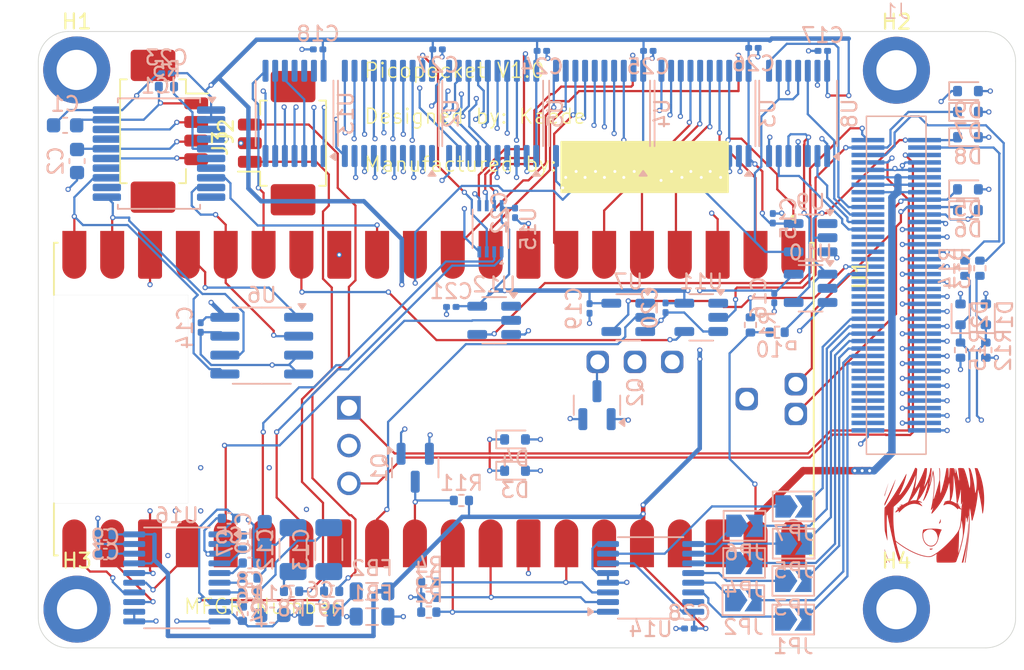
<source format=kicad_pcb>
(kicad_pcb (version 20240108) (generator "pcbnew") (generator_version "8.0")
  (layers (0 "F.Cu" signal) (1 "In1.Cu" signal) (2 "In2.Cu" signal) (31 "B.Cu" signal) (34 "B.Paste" user) (35 "F.Paste" user) (36 "B.SilkS" user "B.Silkscreen") (37 "F.SilkS" user "F.Silkscreen") (38 "B.Mask" user) (39 "F.Mask" user) (44 "Edge.Cuts" user))
  (net 0 "")
  (net 1 "A10")
  (net 2 "~{MEMR}")
  (net 3 "OSC")
  (net 4 "AEN")
  (net 5 "GIO9")
  (net 6 "~{MCS16}")
  (net 7 "A7")
  (net 8 "D8")
  (net 9 "+5V")
  (net 10 "D14")
  (net 11 "D4")
  (net 12 "~{BHE}")
  (net 13 "GIO3")
  (net 14 "IRQ3")
  (net 15 "IRQ10")
  (net 16 "IRQ11")
  (net 17 "GND")
  (net 18 "D1")
  (net 19 "A18")
  (net 20 "~{IOCS16}")
  (net 21 "SYSCLK")
  (net 22 "A12")
  (net 23 "D2")
  (net 24 "D12")
  (net 25 "GIO8")
  (net 26 "IRQ9")
  (net 27 "~{MEMW}")
  (net 28 "A5")
  (net 29 "A4")
  (net 30 "A9")
  (net 31 "D11")
  (net 32 "D3")
  (net 33 "~{IOR}")
  (net 34 "A3")
  (net 35 "A15")
  (net 36 "~{REFSH}")
  (net 37 "A17")
  (net 38 "~{SMEMW}")
  (net 39 "A6")
  (net 40 "A16")
  (net 41 "IRQ5")
  (net 42 "ALE")
  (net 43 "~{IOW}")
  (net 44 "D15")
  (net 45 "GIO6")
  (net 46 "~{SMEMR}")
  (net 47 "D6")
  (net 48 "IORDY")
  (net 49 "D9")
  (net 50 "D10")
  (net 51 "IRQ4")
  (net 52 "RESET")
  (net 53 "D5")
  (net 54 "D13")
  (net 55 "GIO5")
  (net 56 "A14")
  (net 57 "A2")
  (net 58 "GIO4")
  (net 59 "A1")
  (net 60 "A8")
  (net 61 "A11")
  (net 62 "A0")
  (net 63 "GIO7")
  (net 64 "D7")
  (net 65 "A13")
  (net 66 "A19")
  (net 67 "IRQ15")
  (net 68 "D0")
  (net 69 "+3.3V")
  (net 70 "AGND")
  (net 71 "AVDD")
  (net 72 "Net-(U16-CAPM)")
  (net 73 "Net-(U16-CAPP)")
  (net 74 "Net-(U16-VNEG)")
  (net 75 "Net-(U16-LDOO)")
  (net 76 "Net-(C10-Pad2)")
  (net 77 "Net-(C11-Pad2)")
  (net 78 "Net-(D1-K)")
  (net 79 "Net-(D2-K)")
  (net 80 "DACK1")
  (net 81 "DRQ1")
  (net 82 "RUN")
  (net 83 "BOOTSEL")
  (net 84 "IA0")
  (net 85 "IA1")
  (net 86 "IA2")
  (net 87 "Net-(U16-OUTL)")
  (net 88 "Net-(U16-OUTR)")
  (net 89 "AD0")
  (net 90 "AD6")
  (net 91 "AD4")
  (net 92 "AD5")
  (net 93 "AD3")
  (net 94 "~{AY0}")
  (net 95 "AD2")
  (net 96 "AD1")
  (net 98 "AD7")
  (net 99 "SPI_SCK")
  (net 100 "SPI_RX")
  (net 101 "~{SPI_CS}")
  (net 102 "SPI_TX")
  (net 103 "LRCK")
  (net 104 "BCK")
  (net 105 "DIN")
  (net 106 "Net-(IC1-X-)")
  (net 107 "Net-(IC1-Y-)")
  (net 108 "Net-(C12-Pad2)")
  (net 109 "Net-(C13-Pad2)")
  (net 111 "Net-(IC1-X+)")
  (net 113 "Net-(IC1-WAKE)")
  (net 119 "~{SPI_T_CS}")
  (net 120 "Net-(IC1-Y+)")
  (net 121 "Net-(J3-Pin_1)")
  (net 122 "Net-(JP1-A)")
  (net 123 "Net-(JP2-A)")
  (net 124 "Net-(JP3-A)")
  (net 125 "Net-(JP4-A)")
  (net 126 "Net-(JP5-A)")
  (net 127 "Net-(JP6-A)")
  (net 128 "Net-(JP7-A)")
  (net 129 "Net-(J3-Pin_3)")
  (net 130 "~{AY1}")
  (net 131 "~{AY2}")
  (net 132 "~{AY3}")
  (net 133 "~{R_IORDY}")
  (net 134 "~{R_DACK}")
  (net 135 "Net-(U10-Pad4)")
  (net 136 "Net-(U13-Pad6)")
  (net 137 "R_SMEMW")
  (net 139 "R_TC")
  (net 140 "R_DRQ")
  (net 142 "R_SMEMR")
  (net 143 "Net-(U13-Pad10)")
  (net 144 "~{ATTN}")
  (net 146 "AA1")
  (net 147 "AA0")
  (net 150 "R_IOW")
  (net 151 "R_IOR")
  (footprint "MountingHole:MountingHole_2.7mm_M2.5_ISO14580_Pad" (layer "F.Cu") (at 139.578435 88.079069)
    (property "Reference" "H1")
    (property "Value" "MountingHole")
  )
  (footprint "logo:happyface_smaller" (layer "F.Cu") (at 196.8 122.9)
    (property "Reference" "REF**" (hide yes))
    (property "Value" "happyface_smaller" (hide yes))
  )
  (footprint "MountingHole:MountingHole_2.7mm_M2.5_ISO14580_Pad" (layer "F.Cu") (at 194.6 124.3)
    (property "Reference" "H4")
    (property "Value" "MountingHole")
  )
  (footprint "Connector_Molex:Molex_PicoBlade_53261-0371_1x03-1MP_P1.25mm_Horizontal" (layer "F.Cu") (at 153.6 93 90)
    (property "Reference" "J3")
    (property "Value" "Audio")
  )
  (footprint "Connector_Molex:Molex_PicoBlade_53261-0471_1x04-1MP_P1.25mm_Horizontal" (layer "F.Cu") (at 145.2 92.2 -90)
    (property "Reference" "J2")
    (property "Value" "Touchscreen")
  )
  (footprint "libs:MODULE_SC0918" (layer "F.Cu") (at 163.55 110.19 -90)
    (property "Reference" "U1")
    (property "Value" "~")
    (fp_line (start -7 25.5) (end -7 16.5) (stroke (width 0.01)) (layer "Edge.Cuts"))
    (fp_line (start 7 25.5) (end -7 25.5) (stroke (width 0.01)) (layer "Edge.Cuts"))
    (fp_line (start -7 16.5) (end 7 16.5) (stroke (width 0.01)) (layer "Edge.Cuts"))
    (fp_line (start 7 16.5) (end 7 25.5) (stroke (width 0.01)) (layer "Edge.Cuts"))
  )
  (footprint "MountingHole:MountingHole_2.7mm_M2.5_ISO14580_Pad" (layer "F.Cu") (at 139.6 124.3)
    (property "Reference" "H3")
    (property "Value" "MountingHole")
  )
  (footprint "MountingHole:MountingHole_2.7mm_M2.5_ISO14580_Pad" (layer "F.Cu") (at 194.6 88.1)
    (property "Reference" "H2")
    (property "Value" "MountingHole")
  )
  (footprint "Package_SO:TSSOP-20_4.4x6.5mm_P0.65mm" (layer "B.Cu") (at 167.5 91 90)
    (property "Reference" "U5")
    (property "Value" "74LVC245")
  )
  (footprint "Capacitor_SMD:C_0805_2012Metric" (layer "B.Cu") (at 155.9 124.7 180)
    (property "Reference" "C6")
    (property "Value" "10uF")
  )
  (footprint "Resistor_SMD:R_0402_1005Metric" (layer "B.Cu") (at 198.9 106.9 90)
    (property "Reference" "R15")
    (property "Value" "100k")
  )
  (footprint "Diode_SMD:D_SOD-523" (layer "B.Cu") (at 199.4 92.6)
    (property "Reference" "D8")
    (property "Value" "ESD5Z5.0")
  )
  (footprint "Package_TO_SOT_SMD:SOT-23-5" (layer "B.Cu") (at 176.6 104.7 180)
    (property "Reference" "U7")
    (property "Value" "74LVC1G06")
  )
  (footprint "Capacitor_SMD:C_0201_0603Metric" (layer "B.Cu") (at 186.4 103.4 -90)
    (property "Reference" "C16")
    (property "Value" "100n")
  )
  (footprint "Package_SO:TSSOP-20_4.4x6.5mm_P0.65mm" (layer "B.Cu") (at 160.5 91 90)
    (property "Reference" "U2")
    (property "Value" "74CB3T3245")
  )
  (footprint "Capacitor_SMD:C_1206_3216Metric" (layer "B.Cu") (at 156.5 120.3 -90)
    (property "Reference" "C13")
    (property "Value" "1µ")
  )
  (footprint "Capacitor_SMD:C_0201_0603Metric" (layer "B.Cu") (at 189.655 86.8 180)
    (property "Reference" "C17")
    (property "Value" "100n")
  )
  (footprint "Capacitor_SMD:C_0603_1608Metric" (layer "B.Cu") (at 139.6 94.2 -90)
    (property "Reference" "C2")
    (property "Value" "10n")
  )
  (footprint "Diode_SMD:D_SOD-523" (layer "B.Cu") (at 198.9 104.5 90)
    (property "Reference" "D2")
    (property "Value" "ESD5Z5.0")
  )
  (footprint "Package_SO:SSOP-20_5.3x7.2mm_P0.65mm" (layer "B.Cu") (at 145.1 93.7 180)
    (property "Reference" "IC1")
    (property "Value" "AR1021")
  )
  (footprint "Capacitor_SMD:C_1206_3216Metric" (layer "B.Cu") (at 154.1 120.3 -90)
    (property "Reference" "C12")
    (property "Value" "1µ")
  )
  (footprint "Jumper:SolderJumper-2_P1.3mm_Open_TrianglePad1.0x1.5mm" (layer "B.Cu") (at 184.375 121.2)
    (property "Reference" "JP4")
    (property "Value" "SolderJumper_2_Open")
  )
  (footprint "Capacitor_SMD:C_0201_0603Metric" (layer "B.Cu") (at 164.72 104 180)
    (property "Reference" "C21")
    (property "Value" "100n")
  )
  (footprint "Resistor_SMD:R_0402_1005Metric" (layer "B.Cu") (at 156.69 123.1)
    (property "Reference" "R9")
    (property "Value" "1k")
  )
  (footprint "Inductor_SMD:L_0805_2012Metric" (layer "B.Cu") (at 159.4 123.1 180)
    (property "Reference" "FB2")
    (property "Value" "100Ω@100MHz")
  )
  (footprint "Package_SO:TSSOP-16_4.4x5mm_P0.65mm" (layer "B.Cu") (at 178.1 122.2)
    (property "Reference" "U14")
    (property "Value" "74HC238")
  )
  (footprint "Capacitor_SMD:C_0201_0603Metric" (layer "B.Cu") (at 155.78 86.7 180)
    (property "Reference" "C18")
    (property "Value" "100n")
  )
  (footprint "Capacitor_SMD:C_0402_1005Metric" (layer "B.Cu") (at 141.5 120.6 180)
    (property "Reference" "C9")
    (property "Value" "0.1uF")
  )
  (footprint "Capacitor_SMD:C_0201_0603Metric" (layer "B.Cu") (at 170.8 86.8)
    (property "Reference" "C24")
    (property "Value" "100n")
  )
  (footprint "Package_TO_SOT_SMD:SOT-23" (layer "B.Cu") (at 162.3 114.8 -90)
    (property "Reference" "Q1")
    (property "Value" "BSS138")
  )
  (footprint "Capacitor_SMD:C_0201_0603Metric" (layer "B.Cu") (at 185 86.6)
    (property "Reference" "C26")
    (property "Value" "100n")
  )
  (footprint "Package_SO:SOIC-8_3.9x4.9mm_P1.27mm" (layer "B.Cu") (at 152 106.6 180)
    (property "Reference" "U6")
    (property "Value" "APS6404L-3SQR-SN")
  )
  (footprint "Capacitor_SMD:C_0402_1005Metric" (layer "B.Cu") (at 151.2 121.2)
    (property "Reference" "C8")
    (property "Value" "2.2uF")
  )
  (footprint "Diode_SMD:D_SOD-523" (layer "B.Cu") (at 199.4 90.9)
    (property "Reference" "D7")
    (property "Value" "ESD5Z5.0")
  )
  (footprint "Resistor_SMD:R_0402_1005Metric" (layer "B.Cu") (at 186.59 105.7)
    (property "Reference" "R10")
    (property "Value" "100k")
  )
  (footprint "Jumper:SolderJumper-2_P1.3mm_Open_TrianglePad1.0x1.5mm" (layer "B.Cu") (at 187.7 117.4)
    (property "Reference" "JP7")
    (property "Value" "SolderJumper_2_Open")
  )
  (footprint "Package_TO_SOT_SMD:SOT-23" (layer "B.Cu") (at 174.5 110.6 90)
    (property "Reference" "Q2")
    (property "Value" "BSS138")
  )
  (footprint "Jumper:SolderJumper-2_P1.3mm_Open_TrianglePad1.0x1.5mm" (layer "B.Cu") (at 187.675 122.4)
    (property "Reference" "JP3")
    (property "Value" "SolderJumper_2_Open")
  )
  (footprint "Capacitor_SMD:C_0402_1005Metric" (layer "B.Cu") (at 150.7 119.82 -90)
    (property "Reference" "C7")
    (property "Value" "2.2uF")
  )
  (footprint "Capacitor_SMD:C_0402_1005Metric" (layer "B.Cu") (at 149.8 118.2)
    (property "Reference" "C5")
    (property "Value" "0.1uF")
  )
  (footprint "Resistor_SMD:R_0402_1005Metric" (layer "B.Cu") (at 154 123.1)
    (property "Reference" "R8")
    (property "Value" "1k")
  )
  (footprint "Jumper:SolderJumper-2_P1.3mm_Open_TrianglePad1.0x1.5mm" (layer "B.Cu") (at 184.4 118.7)
    (property "Reference" "JP6")
    (property "Value" "SolderJumper_2_Open")
  )
  (footprint "Capacitor_SMD:C_0201_0603Metric" (layer "B.Cu") (at 147.9 105.38 -90)
    (property "Reference" "C14")
    (property "Value" "100n")
  )
  (footprint "Inductor_SMD:L_0805_2012Metric" (layer "B.Cu") (at 159.4 124.8 180)
    (property "Reference" "FB1")
    (property "Value" "100Ω@100MHz")
  )
  (footprint "Package_TO_SOT_SMD:SOT-23-5" (layer "B.Cu") (at 188.8375 102.75 180)
    (property "Reference" "U10")
    (property "Value" "74LVC1G08")
  )
  (footprint "Diode_SMD:D_SOD-523" (layer "B.Cu") (at 169 115)
    (property "Reference" "D3")
    (property "Value" "ESD5Z3.3")
  )
  (footprint "Diode_SMD:D_SOD-523" (layer "B.Cu") (at 199.4 97.5)
    (property "Reference" "D6")
    (property "Value" "ESD5Z3.3")
  )
  (footprint "Package_TO_SOT_SMD:SOT-23-5" (layer "B.Cu") (at 167.6 104.9 180)
    (property "Reference" "U12")
    (property "Value" "74LVC1G34")
  )
  (footprint "Diode_SMD:D_SOD-523" (layer "B.Cu") (at 199.4 89.5)
    (property "Reference" "D9")
    (property "Value" "ESD5Z5.0")
  )
  (footprint "Package_SO:TSSOP-14_4.4x5mm_P0.65mm" (layer "B.Cu") (at 188 91 90)
    (property "Reference" "U8")
    (property "Value" "74LVC02")
  )
  (footprint "Resistor_SMD:R_0402_1005Metric" (layer "B.Cu") (at 145.6 89.2 180)
    (property "Reference" "R5")
    (property "Value" "20k")
  )
  (footprint "Package_SO:TSSOP-20_4.4x6.5mm_P0.65mm" (layer "B.Cu") (at 174.675 91 90)
    (property "Reference" "U4")
    (property "Value" "74LVC245")
  )
  (footprint "Capacitor_SMD:C_0201_0603Metric" (layer "B.Cu") (at 163.8 86.7)
    (property "Reference" "C27")
    (property "Value" "100n")
  )
  (footprint "Resistor_SMD:R_0402_1005Metric" (layer "B.Cu") (at 163.21 122.5 180)
    (property "Reference" "R4")
    (property "Value" "10k")
  )
  (footprint "Capacitor_SMD:C_0603_1608Metric" (layer "B.Cu") (at 152.7 124.7 180)
    (property "Reference" "C11")
    (property "Value" "2.2nF")
  )
  (footprint "Package_TO_SOT_SMD:SOT-23-5" (layer "B.Cu") (at 181.5 104.7 180)
    (property "Reference" "U11")
    (property "Value" "74LVC1G34")
  )
  (footprint "Capacitor_SMD:C_0201_0603Metric" (layer "B.Cu") (at 145.6 88.3 180)
    (property "Reference" "C23")
    (property "Value" "100n")
  )
  (footprint "Capacitor_SMD:C_0603_1608Metric" (layer "B.Cu") (at 138.8 91.8 180)
    (property "Reference" "C1")
    (property "Value" "10n")
  )
  (footprint "Jumper:SolderJumper-2_P1.3mm_Open_TrianglePad1.0x1.5mm" (layer "B.Cu") (at 187.675 125)
    (property "Reference" "JP1")
    (property "Value" "SolderJumper_2_Open")
  )
  (footprint "Capacitor_SMD:C_0201_0603Metric" (layer "B.Cu") (at 186.3 98.045 90)
    (property "Reference" "C15")
    (property "Value" "100n")
  )
  (footprint "Resistor_SMD:R_0402_1005Metric" (layer "B.Cu") (at 151.2 122.2)
    (property "Reference" "R6")
    (property "Value" "470")
  )
  (footprint "Jumper:SolderJumper-2_P1.3mm_Open_TrianglePad1.0x1.5mm" (layer "B.Cu") (at 187.7 119.9)
    (property "Reference" "JP5")
    (property "Value" "SolderJumper_2_Open")
  )
  (footprint "Resistor_SMD:R_0402_1005Metric" (layer "B.Cu") (at 200.6 106.9 90)
    (property "Reference" "R12")
    (property "Value" "100k")
  )
  (footprint "Capacitor_SMD:C_0201_0603Metric" (layer "B.Cu") (at 169 97.68 -90)
    (property "Reference" "C22")
    (property "Value" "100n")
  )
  (footprint "Capacitor_SMD:C_0201_0603Metric" (layer "B.Cu") (at 174 104.1 -90)
    (property "Reference" "C19")
    (property "Value" "100n")
  )
  (footprint "libs:XKB Male 80P 0.5P" (layer "B.Cu") (at 196.586308 91.292901 180)
    (property "Reference" "J1")
    (property "Value" "Conn_02x40_Odd_Even")
  )
  (footprint "Package_SO:TSSOP-20_4.4x6.5mm_P0.65mm" (layer "B.Cu") (at 146.3 122.2 180)
    (property "Reference" "U16")
    (property "Value" "PCM5100")
  )
  (footprint "Resistor_SMD:R_0402_1005Metric" (layer "B.Cu") (at 163.21 123.5 180)
    (property "Reference" "R3")
    (property "Value" "10k")
  )
  (footprint "Capacitor_SMD:C_0603_1608Metric" (layer "B.Cu") (at 152.2 119.2 -90)
    (property "Reference" "C10")
    (property "Value" "2.2nF")
  )
  (footprint "Resistor_SMD:R_0402_1005Metric" (layer "B.Cu") (at 199.2 101.4 -90)
    (property "Reference" "R14")
    (property "Value" "1k")
  )
  (footprint "Capacitor_SMD:C_0201_0603Metric" (layer "B.Cu") (at 180.7 125.6 180)
    (property "Reference" "C28")
    (property "Value" "100n")
  )
  (footprint "Capacitor_SMD:C_0402_1005Metric" (layer "B.Cu") (at 150.7 124.6 90)
    (property "Reference" "C4")
    (property "Value" "0.1uF")
  )
  (footprint "Resistor_SMD:R_0402_1005Metric" (layer "B.Cu") (at 151.2 123.2)
    (property "Reference" "R7")
    (property "Value" "470")
  )
  (footprint "Diode_SMD:D_SOD-523" (layer "B.Cu") (at 200.6 104.5 90)
    (property "Reference" "D1")
    (property "Value" "ESD5Z5.0")
  )
  (footprint "Resistor_SMD:R_0402_1005Metric" (layer "B.Cu") (at 184.8 105.21 90)
    (property "Reference" "R1")
    (property "Value" "10k")
  )
  (footprint "Capacitor_SMD:C_0201_0603Metric" (layer "B.Cu") (at 177.945 86.8)
    (property "Reference" "C25")
    (property "Value" "100n")
  )
  (footprint "Package_TO_SOT_SMD:SOT-23-5" (layer "B.Cu") (at 188.8375 99.35 180)
    (property "Reference" "U9")
    (property "Value" "74LVC1G04")
  )
  (footprint "Resistor_SMD:R_0402_1005Metric" (layer "B.Cu") (at 163.21 124.5 180)
    (property "Reference" "R2")
    (property "Value" "10k")
  )
  (footprint "Package_SO:VSSOP-8_2.4x2.1mm_P0.5mm" (layer "B.Cu") (at 167.35 98.75 90)
    (property "Reference" "U15")
    (property "Value" "74LVC1G139")
  )
  (footprint "Diode_SMD:D_SOD-523" (layer "B.Cu") (at 199.4 96.1)
    (property "Reference" "D5")
    (property "Value" "ESD5Z3.3")
  )
  (footprint "Package_SO:TSSOP-20_4.4x6.5mm_P0.65mm" (layer "B.Cu") (at 181.75 91 90)
    (property "Reference" "U3")
    (property "Value" "74LVC245")
  )
  (footprint "Capacitor_SMD:C_0201_0603Metric" (layer "B.Cu") (at 179.1 104.055 -90)
    (property "Reference" "C20")
    (property "Value" "100n")
  )
  (footprint "Jumper:SolderJumper-2_P1.3mm_Open_TrianglePad1.0x1.5mm" (layer "B.Cu") (at 184.325 123.7)
    (property "Reference" "JP2")
    (property "Value" "SolderJumper_2_Open")
  )
  (footprint "Package_SO:TSSOP-14_4.4x5mm_P0.65mm" (layer "B.Cu") (at 154.2 91 90)
    (property "Reference" "U13")
    (property "Value" "74LVC32")
  )
  (footprint "Capacitor_SMD:C_0402_1005Metric" (layer "B.Cu") (at 141.5 119.3)
    (property "Reference" "C3")
    (property "Value" "0.1uF")
  )
  (footprint "Diode_SMD:D_SOD-523" (layer "B.Cu") (at 169 112.9)
    (property "Reference" "D4")
    (property "Value" "ESD5Z3.3")
  )
  (footprint "Resistor_SMD:R_0402_1005Metric" (layer "B.Cu") (at 165.4 117 180)
    (property "Reference" "R11")
    (property "Value" "10k")
  )
  (footprint "Resistor_SMD:R_0402_1005Metric" (layer "B.Cu") (at 200.2 101.4 -90)
    (property "Reference" "R13")
    (property "Value" "1k")
  )
  (gr_rect (start 172.1 92.9) (end 183.3 96.3) (stroke (width 0.1)) (fill solid) (layer "F.SilkS"))
  (gr_arc (start 200.6 85.5) (mid 202.014214 86.085786) (end 202.6 87.5) (stroke (width 0.05)) (layer "Edge.Cuts"))
  (gr_arc (start 202.6 124.9) (mid 202.014214 126.314214) (end 200.6 126.9) (stroke (width 0.05)) (layer "Edge.Cuts"))
  (gr_arc (start 139 126.9) (mid 137.585786 126.314214) (end 137 124.9) (stroke (width 0.05)) (layer "Edge.Cuts"))
  (gr_arc (start 137 87.5) (mid 137.585786 86.085786) (end 139 85.5) (stroke (width 0.05)) (layer "Edge.Cuts"))
  (gr_line (start 202.6 87.5) (end 202.6 124.9) (stroke (width 0.05)) (layer "Edge.Cuts"))
  (gr_line (start 137 124.9) (end 137 87.5) (stroke (width 0.05)) (layer "Edge.Cuts"))
  (gr_line (start 200.6 126.9) (end 139 126.9) (stroke (width 0.05)) (layer "Edge.Cuts"))
  (gr_line (start 139 85.5) (end 200.6 85.5) (stroke (width 0.05)) (layer "Edge.Cuts"))
  (gr_text "MFGR Number" (at 146.7 124.7 0) (layer "F.SilkS") (effects (font (size 1 1) (thickness 0.1)) (justify left bottom)))
  (gr_text "Picopocket V1.0" (at 158.8 88.7 0) (layer "F.SilkS") (effects (font (size 1 1) (thickness 0.1)) (justify left bottom)))
  (gr_text "Designed by: Kaede\n\nManufactured by: " (at 158.8 95 0) (layer "F.SilkS") (effects (font (size 1 1) (thickness 0.1)) (justify left bottom)))
  (via (at 175.7 94.9) (size 0.35) (drill 0.2) (layers "F.Cu" "B.Cu") (net 1))
  (via (at 198 103.3) (size 0.35) (drill 0.2) (layers "F.Cu" "B.Cu") (net 1))
  (segment (start 197.992901 103.292901) (end 198 103.3) (width 0.15) (layer "B.Cu") (net 1))
  (segment (start 175.7 94.9) (end 175.7 93.9125) (width 0.15) (layer "B.Cu") (net 1))
  (segment (start 196.486308 103.292901) (end 197.992901 103.292901) (width 0.15) (layer "B.Cu") (net 1))
  (segment (start 175.7 93.9125) (end 175.65 93.8625) (width 0.15) (layer "B.Cu") (net 1))
  (segment (start 192.686308 101.792901) (end 191.386308 101.792901) (width 0.15) (layer "B.Cu") (net 4))
  (segment (start 191.386308 101.792901) (end 190.429209 102.75) (width 0.15) (layer "B.Cu") (net 4))
  (segment (start 190.429209 102.75) (end 189.975 102.75) (width 0.15) (layer "B.Cu") (net 4))
  (segment (start 194.571 98.622302) (end 194.571 104.469) (width 0.15) (layer "F.Cu") (net 5))
  (segment (start 194.9 97.6) (end 194.9 98.293302) (width 0.15) (layer "F.Cu") (net 5))
  (segment (start 194.571 104.469) (end 187.85 111.19) (width 0.15) (layer "F.Cu") (net 5))
  (segment (start 194.9 98.293302) (end 194.571 98.622302) (width 0.15) (layer "F.Cu") (net 5))
  (via (at 194.9 97.6) (size 0.35) (drill 0.2) (layers "F.Cu" "B.Cu") (net 5))
  (segment (start 196.486308 97.292901) (end 198.492901 97.292901) (width 0.15) (layer "B.Cu") (net 5))
  (segment (start 194.9 97.6) (end 195 97.6) (width 0.15) (layer "B.Cu") (net 5))
  (segment (start 195.307099 97.292901) (end 196.486308 97.292901) (width 0.15) (layer "B.Cu") (net 5))
  (segment (start 195 97.6) (end 195.307099 97.292901) (width 0.15) (layer "B.Cu") (net 5))
  (segment (start 198.492901 97.292901) (end 198.7 97.5) (width 0.15) (layer "B.Cu") (net 5))
  (via (at 179.5 94.9) (size 0.35) (drill 0.2) (layers "F.Cu" "B.Cu") (net 7))
  (via (at 195 101.8) (size 0.35) (drill 0.2) (layers "F.Cu" "B.Cu") (net 7))
  (segment (start 195.007099 101.792901) (end 195 101.8) (width 0.15) (layer "B.Cu") (net 7))
  (segment (start 179.5 93.8875) (end 179.475 93.8625) (width 0.15) (layer "B.Cu") (net 7))
  (segment (start 179.5 94.9) (end 179.5 93.8875) (width 0.15) (layer "B.Cu") (net 7))
  (segment (start 196.486308 101.792901) (end 195.007099 101.792901) (width 0.15) (layer "B.Cu") (net 7))
  (segment (start 188.34 115) (end 185.14 118.2) (width 0.5) (layer "F.Cu") (net 9))
  (segment (start 192.3 115) (end 191.8 115) (width 0.5) (layer "F.Cu") (net 9))
  (segment (start 192.3 115) (end 192.8 115) (width 0.5) (layer "F.Cu") (net 9))
  (segment (start 185.1 115.9) (end 185.14 115.94) (width 0.15) (layer "F.Cu") (net 9))
  (segment (start 191.8 115) (end 188.34 115) (width 0.5) (layer "F.Cu") (net 9))
  (segment (start 185.14 115.94) (end 185.14 119.88) (width 0.15) (layer "F.Cu") (net 9))
  (segment (start 185.14 118.2) (end 185.14 119.88) (width 0.5) (layer "F.Cu") (net 9))
  (via (at 191.8 115) (size 0.35) (drill 0.2) (layers "F.Cu" "B.Cu") (net 9))
  (via (at 192.3 115) (size 0.35) (drill 0.2) (layers "F.Cu" "B.Cu") (net 9))
  (via (at 192.8 115) (size 0.35) (drill 0.2) (layers "F.Cu" "B.Cu") (net 9))
  (via (at 185.1 115.9) (size 0.35) (drill 0.2) (layers "F.Cu" "B.Cu") (net 9))
  (segment (start 186.08 105.7) (end 184.82 105.7) (width 0.15) (layer "B.Cu") (net 9))
  (segment (start 194.7 95.292901) (end 192.686308 95.292901) (width 0.15) (layer "B.Cu") (net 9))
  (segment (start 194.296 96.649815) (end 194.296 113.804) (width 0.5) (layer "B.Cu") (net 9))
  (segment (start 192.3 115) (end 191.8 115) (width 0.5) (layer "B.Cu") (net 9))
  (segment (start 194.7 96.292901) (end 194.652914 96.292901) (width 0.5) (layer "B.Cu") (net 9))
  (segment (start 183.4 107.12) (end 183.4 114.2) (width 0.15) (layer "B.Cu") (net 9))
  (segment (start 194.7 95.292901) (end 194.7 95.792901) (width 0.5) (layer "B.Cu") (net 9))
  (segment (start 194.7 95.792901) (end 192.686308 95.792901) (width 0.15) (layer "B.Cu") (net 9))
  (segment (start 184.8 105.72) (end 183.4 107.12) (width 0.15) (layer "B.Cu") (net 9))
  (segment (start 184.82 105.7) (end 184.8 105.72) (width 0.15) (layer "B.Cu") (net 9))
  (segment (start 183.4 114.2) (end 185.1 115.9) (width 0.15) (layer "B.Cu") (net 9))
  (segment (start 193.1 115) (end 192.8 115) (width 0.5) (layer "B.Cu") (net 9))
  (segment (start 194.652914 96.292901) (end 194.296 96.649815) (width 0.5) (layer "B.Cu") (net 9))
  (segment (start 196.486308 95.292901) (end 194.7 95.292901) (width 0.15) (layer "B.Cu") (net 9))
  (segment (start 192.8 115) (end 192.3 115) (width 0.5) (layer "B.Cu") (net 9))
  (segment (start 194.296 113.804) (end 193.1 115) (width 0.5) (layer "B.Cu") (net 9))
  (segment (start 194.7 95.792901) (end 194.7 96.292901) (width 0.5) (layer "B.Cu") (net 9))
  (segment (start 196.486308 95.792901) (end 194.7 95.792901) (width 0.15) (layer "B.Cu") (net 9))
  (segment (start 196.486308 96.292901) (end 194.7 96.292901) (width 0.15) (layer "B.Cu") (net 9))
  (segment (start 194.7 96.292901) (end 192.686308 96.292901) (width 0.15) (layer "B.Cu") (net 9))
  (via (at 198 110.3) (size 0.35) (drill 0.2) (layers "F.Cu" "B.Cu") (net 11))
  (via (at 160.2 94.9) (size 0.35) (drill 0.2) (layers "F.Cu" "B.Cu") (net 11))
  (segment (start 160.2 94.9) (end 160.2 93.8875) (width 0.15) (layer "B.Cu") (net 11))
  (segment (start 160.2 93.8875) (end 160.175 93.8625) (width 0.15) (layer "B.Cu") (net 11))
  (segment (start 197.992901 110.292901) (end 198 110.3) (width 0.15) (layer "B.Cu") (net 11))
  (segment (start 196.486308 110.292901) (end 197.992901 110.292901) (width 0.15) (layer "B.Cu") (net 11))
  (segment (start 189.171 101.829) (end 189.171 95.329) (width 0.15) (layer "F.Cu") (net 13))
  (segment (start 183.8 102.8) (end 183.9 102.7) (width 0.15) (layer "F.Cu") (net 13))
  (segment (start 183.9 102.7) (end 188.3 102.7) (width 0.15) (layer "F.Cu") (net 13))
  (segment (start 189.171 95.329) (end 191.2 93.3) (width 0.15) (layer "F.Cu") (net 13))
  (segment (start 188.3 102.7) (end 189.171 101.829) (width 0.15) (layer "F.Cu") (net 13))
  (segment (start 183.8 103.5) (end 183.8 102.8) (width 0.15) (layer "F.Cu") (net 13))
  (via (at 191.2 93.3) (size 0.35) (drill 0.2) (layers "F.Cu" "B.Cu") (net 13))
  (via (at 183.8 103.5) (size 0.35) (drill 0.2) (layers "F.Cu" "B.Cu") (net 13))
  (segment (start 183.8 104.2) (end 183.3 104.7) (width 0.15) (layer "B.Cu") (net 13))
  (segment (start 195.4 90.9) (end 198.7 90.9) (width 0.15) (layer "B.Cu") (net 13))
  (segment (start 194.2 92.1) (end 195.4 90.9) (width 0.15) (layer "B.Cu") (net 13))
  (segment (start 193.986308 93.292901) (end 194.2 93.079209) (width 0.15) (layer "B.Cu") (net 13))
  (segment (start 192.686308 93.292901) (end 193.986308 93.292901) (width 0.15) (layer "B.Cu") (net 13))
  (segment (start 183.8 103.5) (end 183.8 104.2) (width 0.15) (layer "B.Cu") (net 13))
  (segment (start 183.3 104.7) (end 182.6375 104.7) (width 0.15) (layer "B.Cu") (net 13))
  (segment (start 192.686308 93.292901) (end 191.207099 93.292901) (width 0.15) (layer "B.Cu") (net 13))
  (segment (start 191.207099 93.292901) (end 191.2 93.3) (width 0.15) (layer "B.Cu") (net 13))
  (segment (start 194.2 93.079209) (end 194.2 92.1) (width 0.15) (layer "B.Cu") (net 13))
  (segment (start 189.1 123.7) (end 185.05 123.7) (width 0.15) (layer "B.Cu") (net 14))
  (segment (start 192.686308 107.292901) (end 191.494571 107.292901) (width 0.15) (layer "B.Cu") (net 14))
  (segment (start 191.034308 121.765692) (end 189.1 123.7) (width 0.15) (layer "B.Cu") (net 14))
  (segment (start 191.494571 107.292901) (end 191.034308 107.753164) (width 0.15) (layer "B.Cu") (net 14))
  (segment (start 191.034308 107.753164) (end 191.034308 121.765692) (width 0.15) (layer "B.Cu") (net 14))
  (segment (start 190.203308 118.121692) (end 188.425 119.9) (width 0.15) (layer "B.Cu") (net 15))
  (segment (start 190.203308 107.025901) (end 190.203308 118.121692) (width 0.15) (layer "B.Cu") (net 15))
  (segment (start 192.686308 105.792901) (end 191.436308 105.792901) (width 0.15) (layer "B.Cu") (net 15))
  (segment (start 191.436308 105.792901) (end 190.203308 107.025901) (width 0.15) (layer "B.Cu") (net 15))
  (segment (start 192.686308 105.292901) (end 191.436308 105.292901) (width 0.15) (layer "B.Cu") (net 16))
  (segment (start 188.8 118.7) (end 185.125 118.7) (width 0.15) (layer "B.Cu") (net 16))
  (segment (start 191.436308 105.292901) (end 189.926308 106.802901) (width 0.15) (layer "B.Cu") (net 16))
  (segment (start 189.926308 117.573692) (end 188.8 118.7) (width 0.15) (layer "B.Cu") (net 16))
  (segment (start 189.926308 106.802901) (end 189.926308 117.573692) (width 0.15) (layer "B.Cu") (net 16))
  (segment (start 182.6 100.5) (end 182.6 98.1) (width 0.15) (layer "F.Cu") (net 17))
  (segment (start 169.9 119.88) (end 169.9 121.9) (width 0.15) (layer "F.Cu") (net 17))
  (segment (start 144.5 119.88) (end 144.5 117.7) (width 0.15) (layer "F.Cu") (net 17))
  (segment (start 144.5 100.5) (end 144.5 102.5) (width 0.15) (layer "F.Cu") (net 17))
  (segment (start 144.5 121.7) (end 144.5 119.88) (width 0.15) (layer "F.Cu") (net 17))
  (segment (start 144.7 121.9) (end 144.5 121.7) (width 0.15) (layer "F.Cu") (net 17))
  (segment (start 169.9 100.5) (end 169.9 98.4) (width 0.15) (layer "F.Cu") (net 17))
  (segment (start 182.6 98.1) (end 182.2 97.7) (width 0.15) (layer "F.Cu") (net 17))
  (via (at 200.6 103.1) (size 0.35) (drill 0.2) (layers "F.Cu" "B.Cu") (net 17))
  (via (at 192.2 113.2) (size 0.35) (drill 0.2) (layers "F.Cu" "B.Cu") (net 17))
  (via (at 174 105.1) (size 0.35) (drill 0.2) (layers "F.Cu" "B.Cu") (net 17))
  (via (at 164.1 95.5) (size 0.35) (drill 0.2) (layers "F.Cu" "B.Cu") (net 17))
  (via (at 178.8 104.9) (size 0.35) (drill 0.2) (layers "F.Cu" "B.Cu") (net 17))
  (via (at 200.8 96.1) (size 0.35) (drill 0.2) (layers "F.Cu" "B.Cu") (net 17))
  (via (at 169.9 98.4) (size 0.35) (drill 0.2) (layers "F.Cu" "B.Cu") (net 17))
  (via (at 149.6 92.725) (size 0.35) (drill 0.2) (layers "F.Cu" "B.Cu") (net 17))
  (via (at 152.5 114.8) (size 0.35) (drill 0.2) (layers "F.Cu" "B.Cu") (net 17))
  (via (at 169.9 105.6) (size 0.35) (drill 0.2) (layers "F.Cu" "B.Cu") (net 17))
  (via (at 188.1 105.6) (size 0.35) (drill 0.2) (layers "F.Cu" "B.Cu") (net 17))
  (via (at 190.6 100.7) (size 0.35) (drill 0.2) (layers "F.Cu" "B.Cu") (net 17))
  (via (at 154.7 86.7) (size 0.35) (drill 0.2) (layers "F.Cu" "B.Cu") (net 17))
  (via (at 164.4 104.5) (size 0.35) (drill 0.2) (layers "F.Cu" "B.Cu") (net 17))
  (via (at 198 112.3) (size 0.35) (drill 0.2) (layers "F.Cu" "B.Cu") (net 17))
  (via (at 186.4 104.3) (size 0.35) (drill 0.2) (layers "F.Cu" "B.Cu") (net 17))
  (via (at 139 96.1) (size 0.35) (drill 0.2) (layers "F.Cu" "B.Cu") (net 17))
  (via (at 178.2 87.3) (size 0.35) (drill 0.2) (layers "F.Cu" "B.Cu") (net 17))
  (via (at 179.8 125.6) (size 0.35) (drill 0.2) (layers "F.Cu" "B.Cu") (net 17))
  (via (at 176.5 122.5) (size 0.35) (drill 0.2) (layers "F.Cu" "B.Cu") (net 17))
  (via (at 186.9 97.7) (size 0.35) (drill 0.2) (layers "F.Cu" "B.Cu") (net 17))
  (via (at 172.7 111.5) (size 0.35) (drill 0.2) (layers "F.Cu" "B.Cu") (net 17))
  (via (at 164.1 87.2) (size 0.35) (drill 0.2) (layers "F.Cu" "B.Cu") (net 17))
  (via (at 144.9 125.1) (size 0.35) (drill 0.2) (layers "F.Cu" "B.Cu") (net 17))
  (via (at 201.3 107.4) (size 0.35) (drill 0.2) (layers "F.Cu" "B.Cu") (net 17))
  (via (at 146.2 117.7) (size 0.35) (drill 0.2) (layers "F.Cu" "B.Cu") (net 17))
  (via (at 200.8 90.9) (size 0.35) (drill 0.2) (layers "F.Cu" "B.Cu") (net 17))
  (via (at 186.1 92.6) (size 0.35) (drill 0.2) (layers "F.Cu" "B.Cu") (net 17))
  (via (at 198.9 108.2) (size 0.35) (drill 0.2) (layers "F.Cu" "B.Cu") (net 17))
  (via (at 161.5 124.8) (size 0.35) (drill 0.2) (layers "F.Cu" "B.Cu") (net 17))
  (via (at 157 91.4) (size 0.35) (drill 0.2) (layers "F.Cu" "B.Cu") (net 17))
  (via (at 170.7 112.9) (size 0.35) (drill 0.2) (layers "F.Cu" "B.Cu") (net 17))
  (via (at 198.9 103.1) (size 0.35) (drill 0.2) (layers "F.Cu" "B.Cu") (net 17))
  (via (at 144.5 117.7) (size 0.35) (drill 0.2) (layers "F.Cu" "B.Cu") (net 17))
  (via (at 147.9 117.7) (size 0.35) (drill 0.2) (layers "F.Cu" "B.Cu") (net 17))
  (via (at 141 118.2) (size 0.35) (drill 0.2) (layers "F.Cu" "B.Cu") (net 17))
  (via (at 200.9 89.5) (size 0.35) (drill 0.2) (layers "F.Cu" "B.Cu") (net 17))
  (via (at 152.7 107.9) (size 0.35) (drill 0.2) (layers "F.Cu" "B.Cu") (net 17))
  (via (at 146.3 125.1) (size 0.35) (drill 0.2) (layers "F.Cu" "B.Cu") (net 17))
  (via (at 144.5 102.5) (size 0.35) (drill 0.2) (layers "F.Cu" "B.Cu") (net 17))
  (via (at 143.60625 89.80625) (size 0.35) (drill 0.2) (layers "F.Cu" "B.Cu") (net 17))
  (via (at 145.7 120.7) (size 0.35) (drill 0.2) (layers "F.Cu" "B.Cu") (net 17))
  (via (at 185.3 87.2) (size 0.35) (drill 0.2) (layers "F.Cu" "B.Cu") (net 17))
  (via (at 195 94.5) (size 0.35) (drill 0.2) (layers "F.Cu" "B.Cu") (net 17))
  (via (at 163.3 112.6) (size 0.35) (drill 0.2) (layers "F.Cu" "B.Cu") (net 17))
  (via (at 144.7 121.9) (size 0.35) (drill 0.2) (layers "F.Cu" "B.Cu") (net 17))
  (via (at 152.1 89.5) (size 0.35) (drill 0.2) (layers "F.Cu" "B.Cu") (net 17))
  (via (at 200.8 92.6) (size 0.35) (drill 0.2) (layers "F.Cu" "B.Cu") (net 17))
  (via (at 178.8 95.5) (size 0.35) (drill 0.2) (layers "F.Cu" "B.Cu") (net 17))
  (via (at 170.7 115) (size 0.35) (drill 0.2) (layers "F.Cu" "B.Cu") (net 17))
  (via (at 165.6 97.4) (size 0.35) (drill 0.2) (layers "F.Cu" "B.Cu") (net 17))
  (via (at 157.2 100.5) (size 0.35) (drill 0.2) (layers "F.Cu" "B.Cu") (net 17))
  (via (at 155 117.6) (size 0.35) (drill 0.2) (layers "F.Cu" "B.Cu") (net 17))
  (via (at 182.2 97.7) (size 0.35) (drill 0.2) (layers "F.Cu" "B.Cu") (net 17))
  (via (at 147.9 114.8) (size 0.35) (drill 0.2) (layers "F.Cu" "B.Cu") (net 17))
  (via (at 199.4 98.1) (size 0.35) (drill 0.2) (layers "F.Cu" "B.Cu") (net 17))
  (via (at 172.2 96) (size 0.35) (drill 0.2) (layers "F.Cu" "B.Cu") (net 17))
  (via (at 162 123.5) (size 0.35) (drill 0.2) (layers "F.Cu" "B.Cu") (net 17))
  (via (at 194.5 94.7) (size 0.35) (drill 0.2) (layers "F.Cu" "B.Cu") (net 17))
  (via (at 169.9 121.9) (size 0.35) (drill 0.2) (layers "F.Cu" "B.Cu") (net 17))
  (via (at 188.7 86.8) (size 0.35) (drill 0.2) (layers "F.Cu" "B.Cu") (net 17))
  (via (at 171.2 87.3) (size 0.35) (drill 0.2) (layers "F.Cu" "B.Cu") (net 17))
  (segment (start 174.2 120.225001) (end 174.2 121.574999) (width 0.15) (layer "B.Cu") (net 17))
  (segment (start 195.207099 94.292901) (end 195 94.5) (width 0.15) (layer "B.Cu") (net 17))
  (segment (start 139.05 90.775) (end 138.025 91.8) (width 0.15) (layer "B.Cu") (net 17))
  (segment (start 169.7 115) (end 170.7 115) (width 0.15) (layer "B.Cu") (net 17))
  (segment (start 178.8 104.905196) (end 178.055196 105.65) (width 0.15) (layer "B.Cu") (net 17))
  (segment (start 199.4 98.1) (end 199.425 98.125) (width 0.15) (layer "B.Cu") (net 17))
  (segment (start 152.25 93.8625) (end 152.25 89.65) (width 0.15) (layer "B.Cu") (net 17))
  (segment (start 178.265 87.235) (end 178.2 87.3) (width 0.15) (layer "B.Cu") (net 17))
  (segment (start 141.02 119.82) (end 141.02 119.3) (width 0.15) (layer "B.Cu") (net 17))
  (segment (start 163.25 112.65) (end 163.3 112.6) (width 0.15) (layer "B.Cu") (net 17))
  (segment (start 186.05 92.65) (end 186.1 92.6) (width 0.15) (layer "B.Cu") (net 17))
  (segment (start 185.32 87.18) (end 185.3 87.2) (width 0.15) (layer "B.Cu") (net 17))
  (segment (start 139.6 94.975) (end 139.6 95.5) (width 0.15) (layer "B.Cu") (net 17))
  (segment (start 192.686308 112.713692) (end 192.2 113.2) (width 0.15) (layer "B.Cu") (net 17))
  (segment (start 199.475 98.125) (end 200.1 97.5) (width 0.15) (layer "B.Cu") (net 17))
  (segment (start 148.609804 107.9) (end 152.7 107.9) (width 0.15) (layer "B.Cu") (net 17))
  (segment (start 149.6 92.725) (end 148.3625 92.725) (width 0.15) (layer "B.Cu") (net 17))
  (segment (start 178.805196 104.9) (end 178.8 104.9) (width 0.15) (layer "B.Cu") (net 17))
  (segment (start 192.686308 112.292901) (end 192.686308 112.713692) (width 0.15) (layer "B.Cu") (net 17))
  (segment (start 162.7 123.5) (end 162 123.5) (width 0.15) (layer "B.Cu") (net 17))
  (segment (start 176.475 122.525) (end 176.5 122.5) (width 0.15) (layer "B.Cu") (net 17))
  (segment (start 139.6 95.5) (end 139 96.1) (width 0.15) (layer "B.Cu") (net 17))
  (segment (start 189.975 103.7) (end 188.1 105.575) (width 0.15) (layer "B.Cu") (net 17))
  (segment (start 196.486308 112.292901) (end 197.992901 112.292901) (width 0.15) (layer "B.Cu") (net 17))
  (segment (start 175.2375 119.925) (end 174.500001 119.925) (width 0.15) (layer "B.Cu") (net 17))
  (segment (start 141.125 119.925) (end 141.02 119.82) (width 0.15) (layer "B.Cu") (net 17))
  (segment (start 200.1 89.5) (end 200.9 89.5) (width 0.15) (layer "B.Cu") (net 17))
  (segment (start 200.1 92.6) (end 200.8 92.6) (width 0.15) (layer "B.Cu") (net 17))
  (segment (start 164.575 95.025) (end 164.1 95.5) (width 0.15) (layer "B.Cu") (net 17))
  (segment (start 142.6375 90.775) (end 143.60625 89.80625) (width 0.15) (layer "B.Cu") (net 17))
  (segment (start 190.2 100.3) (end 190.6 100.7) (width 0.15) (layer "B.Cu") (net 17))
  (segment (start 141.02 120.03) (end 141.125 119.925) (width 0.15) (layer "B.Cu") (net 17))
  (segment (start 162.7 122.5) (end 162.7 123.5) (width 0.15) (layer "B.Cu") (net 17))
  (segment (start 198.9 107.41) (end 198.9 108.2) (width 0.15) (layer "B.Cu") (net 17))
  (segment (start 174 104.42) (end 174 105.1) (width 0.15) (layer "B.Cu") (net 17))
  (segment (start 181.630196 105.65) (end 180.355196 104.375) (width 0.15) (layer "B.Cu") (net 17))
  (segment (start 178.055196 105.65) (end 177.7375 105.65) (width 0.15) (layer "B.Cu") (net 17))
  (segment (start 195 94.5) (end 195 94.792901) (width 0.15) (layer "B.Cu") (net 17))
  (segment (start 189.335 86.8) (end 188.7 86.8) (width 0.15) (layer "B.Cu") (net 17))
  (segment (start 166.6 100.3) (end 165.6 99.3) (width 0.15) (layer "B.Cu") (net 17))
  (segment (start 171.75 93.8625) (end 171.75 95.55) (width 0.15) (layer "B.Cu") (net 17))
  (segment (start 141.02 120.6) (end 141.02 120.03) (width 0.15) (layer "B.Cu") (net 17))
  (segment (start 171.12 86.8) (end 171.12 87.22) (width 0.15) (layer "B.Cu") (net 17))
  (segment (start 200.1 96.1) (end 200.8 96.1) (width 0.15) (layer "B.Cu") (net 17))
  (segment (start 197.992901 112.292901) (end 198 112.3) (width 0.15) (layer "B.Cu") (net 17))
  (segment (start 178.8 104.9) (end 178.8 104.905196) (width 0.15) (layer "B.Cu") (net 17))
  (segment (start 141.6 90.775) (end 139.05 90.775) (width 0.15) (layer "B.Cu") (net 17))
  (segment (start 178.8 95.5) (end 178.8 93.8875) (width 0.15) (layer "B.Cu") (net 17))
  (segment (start 169.65 105.85) (end 169.9 105.6) (width 0.15) (layer "B.Cu") (net 17))
  (segment (start 175.2375 122.525) (end 175.2375 121.875) (width 0.15) (layer "B.Cu") (net 17))
  (segment (start 142.6375 90.775) (end 141.6 90.775) (width 0.15) (layer "B.Cu") (net 17))
  (segment (start 157 93.2875) (end 157 91.4) (width 0.15) (layer "B.Cu") (net 17))
  (segment (start 196.486308 94.292901) (end 195.207099 94.292901) (width 0.15) (layer "B.Cu") (net 17))
  (segment (start 143.4375 119.925) (end 141.125 119.925) (width 0.15) (layer "B.Cu") (net 17))
  (segment (start 160.4625 124.8) (end 161.5 124.8) (width 0.15) (layer "B.Cu") (net 17))
  (segment (start 157.575 93.8625) (end 157 93.2875) (width 0.15) (layer "B.Cu") (net 17))
  (segment (start 153.87 107.9) (end 153.81 107.9) (width 0.15) (layer "B.Cu") (net 17))
  (segment (start 143.4375 124.475) (end 143.4375 125.125) (width 0.15) (layer "B.Cu") (net 17))
  (segment (start 155.46 86.7) (end 154.7 86.7) (width 0.15) (layer "B.Cu") (net 17))
  (segment (start 186.05 93.8625) (end 186.05 92.65) (width 0.15) (layer "B.Cu") (net 17))
  (segment (start 172.7375 111.5375) (end 172.7 111.5) (width 0.15) (layer "B.Cu") (net 17))
  (segment (start 185.32 86.6) (end 185.32 87.18) (width 0.15) (layer "B.Cu") (net 17))
  (segment (start 180.355196 104.375) (end 179.1 104.375) (width 0.15) (layer "B.Cu") (net 17))
  (segment (start 143.4375 121.875) (end 144.675 121.875) (width 0.15) (layer "B.Cu") (net 17))
  (segment (start 146.325 125.125) (end 146.3 125.1) (width 0.15) (layer "B.Cu") (net 17))
  (segment (start 164.575 93.8625) (end 164.575 95.025) (width 0.15) (layer "B.Cu") (net 17))
  (segment (start 145.050001 88.3) (end 143.60625 89.743751) (width 0.15) (layer "B.Cu") (net 17))
  (segment (start 179.1 104.605196) (end 178.805196 104.9) (width 0.15) (layer "B.Cu") (net 17))
  (segment (start 173.55 111.5375) (end 172.7375 111.5375) (width 0.15) (layer "B.Cu") (net 17))
  (segment (start 174.500001 121.875) (end 175.2375 121.875) (width 0.15) (layer "B.Cu") (net 17))
  (segment (start 147.9 107.190196) (end 148.609804 107.9) (width 0.15) (layer "B.Cu") (net 17))
  (segment (start 194.592901 94.792901) (end 195 94.792901) (width 0.15) (layer "B.Cu") (net 17))
  (segment (start 200.6 107.41) (end 201.29 107.41) (width 0.15) (layer "B.Cu") (net 17))
  (segment (start 144.675 121.875) (end 144.7 121.9) (width 0.15) (layer "B.Cu") (net 17))
  (segment (start 141 119.8) (end 141 118.2) (width 0.15) (layer "B.Cu") (net 17))
  (segment (start 169.7 112.9) (end 170.7 112.9) (width 0.15) (layer "B.Cu") (net 17))
  (segment (start 169.4 98.4) (end 169 98) (width 0.15) (layer "B.Cu") (net 17))
  (segment (start 147.9 105.7) (end 149.26 105.7) (width 0.15) (layer "B.Cu") (net 17))
  (segment (start 163.25 113.8625) (end 163.25 112.65) (width 0.15) (layer "B.Cu") (net 17))
  (segment (start 168.7375 105.85) (end 169.65 105.85) (width 0.15) (layer "B.Cu") (net 17))
  (segment (start 152.25 89.65) (end 152.1 89.5) (width 0.15) (layer "B.Cu") (net 17))
  (segment (start 164.4 104) (end 164.4 104.5) (width 0.15) (layer "B.Cu") (net 17))
  (segment (start 188.1 105.575) (end 188.1 105.6) (width 0.15) (layer "B.Cu") (net 17))
  (segment (start 178.8 93.8875) (end 178.825 93.8625) (width 0.15) (layer "B.Cu") (net 17))
  (segment (start 144.875 125.125) (end 144.9 125.1) (width 0.15) (layer "B.Cu") (net 17))
  (segment (start 164.12 87.18) (end 164.1 87.2) (width 0.15) (layer "B.Cu") (net 17))
  (segment (start 179.1 104.375) (end 179.1 104.605196) (width 0.15) (layer "B.Cu") (net 17))
  (segment (start 180.38 125.6) (end 179.8 125.6) (width 0.15) (layer "B.Cu") (net 17))
  (segment (start 165.6 99.3) (end 165.6 97.4) (width 0.15) (layer "B.Cu") (net 17))
  (segment (start 149.1625 125.125) (end 146.325 125.125) (width 0.15) (layer "B.Cu") (net 17))
  (segment (start 149.26 105.7) (end 149.525 105.965) (width 0.15) (layer "B.Cu") (net 17))
  (segment (start 186.4 103.72) (end 186.4 104.3) (width 0.15) (layer "B.Cu") (net 17))
  (segment (start 189.975 100.3) (end 190.2 100.3) (width 0.15) (layer "B.Cu") (net 17))
  (segment (start 175.2375 122.525) (end 176.475 122.525) (width 0.15) (layer "B.Cu") (net 17))
  (segment (start 196.486308 97.792901) (end 197.899599 97.792901) (width 0.15) (layer "B.Cu") (net 17))
  (segment (start 195 94.792901) (end 196.486308 94.792901) (width 0.15) (layer "B.Cu") (net 17))
  (segment (start 200.6 103.8) (end 200.6 103.1) (width 0.15) (layer "B.Cu") (net 17))
  (segment (start 174.2 121.574999) (end 174.500001 121.875) (width 0.15) (layer "B.Cu") (net 17))
  (segment (start 186.3 97.725) (end 186.875 97.725) (width 0.15) (layer "B.Cu") (net 17))
  (segment (start 169.9 98.4) (end 169.4 98.4) (width 0.15) (layer "B.Cu") (net 17))
  (segment (start 147.9 105.7) (end 147.9 107.190196) (width 0.15) (layer "B.Cu") (net 17))
  (segment (start 199.375 98.125) (end 199.4 98.1) (width 0.15) (layer "B.Cu") (net 17))
  (segment (start 192.686308 94.792901) (end 194.407099 94.792901) (width 0.15) (layer "B.Cu") (net 17))
  (segment (start 141.02 119.82) (end 141 119.8) (width 0.15) (layer "B.Cu") (net 17))
  (segment (start 194.407099 94.792901) (end 194.5 94.7) (width 0.15) (layer "B.Cu") (net 17))
  (segment (start 194.5 94.7) (end 194.592901 94.792901) (width 0.15) (layer "B.Cu") (net 17))
  (segment (start 143.4375 125.125) (end 144.875 125.125) (width 0.15) (layer "B.Cu") (net 17))
  (segment (start 162.7 123.5) (end 162.7 124.5) (width 0.15) (layer "B.Cu") (net 17))
  (segment (start 171.75 95.55) (end 172.2 96) (width 0.15) (layer "B.Cu") (net 17))
  (segment (start 174.500001 119.925) (end 174.2 120.225001) (width 0.15) (layer "B.Cu") (net 17))
  (segment (start 145.28 88.3) (end 145.050001 88.3) (width 0.15) (layer "B.Cu") (net 17))
  (segment (start 200.1 90.9) (end 200.8 90.9) (width 0.15) (layer "B.Cu") (net 17))
  (segment (start 153.81 107.9) (end 154.475 107.235) (width 0.15) (layer "B.Cu") (net 17))
  (segment (start 178.265 86.8) (end 178.265 87.235) (width 0.15) (layer "B.Cu") (net 17))
  (segment (start 154.475 108.505) (end 153.87 107.9) (width 0.15) (layer "B.Cu") (net 17))
  (segment (start 197.899599 97.792901) (end 198.231698 98.125) (width 0.15) (layer "B.Cu") (net 17))
  (segment (start 164.12 86.7) (end 164.12 87.18) (width 0.15) (layer "B.Cu") (net 17))
  (segment (start 198.9 103.8) (end 198.9 103.1) (width 0.15) (layer "B.Cu") (net 17))
  (segment (start 182.6375 105.65) (end 181.630196 105.65) (width 0.15) (layer "B.Cu") (net 17))
  (segment (start 198.231698 98.125) (end 199.375 98.125) (width 0.15) (layer "B.Cu") (net 17))
  (segment (start 186.875 97.725) (end 186.9 97.7) (width 0.15) (layer "B.Cu") (net 17))
  (segment (start 199.425 98.125) (end 199.475 98.125) (width 0.15) (layer "B.Cu") (net 17))
  (segment (start 171.12 87.22) (end 171.2 87.3) (width 0.15) (layer "B.Cu") (net 17))
  (segment (start 143.60625 89.743751) (end 143.60625 89.80625) (width 0.15) (layer "B.Cu") (net 17))
  (segment (start 201.29 107.41) (end 201.3 107.4) (width 0.15) (layer "B.Cu") (net 17))
  (segment (start 152.7 107.9) (end 153.81 107.9) (width 0.15) (layer "B.Cu") (net 17))
  (via (at 162.2 95.3) (size 0.35) (drill 0.2) (layers "F.Cu" "B.Cu") (net 18))
  (via (at 195 108.8) (size 0.35) (drill 0.2) (layers "F.Cu" "B.Cu") (net 18))
  (segment (start 162.2 95.3) (end 162.2 93.9375) (width 0.15) (layer "B.Cu") (net 18))
  (segment (start 162.2 93.9375) (end 162.125 93.8625) (width 0.15) (layer "B.Cu") (net 18))
  (segment (start 196.486308 108.792901) (end 195.007099 108.792901) (width 0.15) (layer "B.Cu") (net 18))
  (segment (start 195.007099 108.792901) (end 195 108.8) (width 0.15) (layer "B.Cu") (net 18))
  (via (at 168.5 94.9) (size 0.35) (drill 0.2) (layers "F.Cu" "B.Cu") (net 19))
  (via (at 198 107.3) (size 0.35) (drill 0.2) (layers "F.Cu" "B.Cu") (net 19))
  (segment (start 197.992901 107.292901) (end 198 107.3) (width 0.15) (layer "B.Cu") (net 19))
  (segment (start 168.5 94.9) (end 168.5 93.8875) (width 0.15) (layer "B.Cu") (net 19))
  (segment (start 168.5 93.8875) (end 168.475 93.8625) (width 0.15) (layer "B.Cu") (net 19))
  (segment (start 196.486308 107.292901) (end 197.992901 107.292901) (width 0.15) (layer "B.Cu") (net 19))
  (via (at 198 104.3) (size 0.35) (drill 0.2) (layers "F.Cu" "B.Cu") (net 22))
  (via (at 174.4 94.9) (size 0.35) (drill 0.2) (layers "F.Cu" "B.Cu") (net 22))
  (segment (start 196.486308 104.292901) (end 197.992901 104.292901) (width 0.15) (layer "B.Cu") (net 22))
  (segment (start 174.4 94.9) (end 174.4 93.9125) (width 0.15) (layer "B.Cu") (net 22))
  (segment (start 197.992901 104.292901) (end 198 104.3) (width 0.15) (layer "B.Cu") (net 22))
  (segment (start 174.4 93.9125) (end 174.35 93.8625) (width 0.15) (layer "B.Cu") (net 22))
  (via (at 198 109.3) (size 0.35) (drill 0.2) (layers "F.Cu" "B.Cu") (net 23))
  (via (at 161.5 94.9) (size 0.35) (drill 0.2) (layers "F.Cu" "B.Cu") (net 23))
  (segment (start 161.5 93.8875) (end 161.475 93.8625) (width 0.15) (layer "B.Cu") (net 23))
  (segment (start 197.992901 109.292901) (end 198 109.3) (width 0.15) (layer "B.Cu") (net 23))
  (segment (start 196.486308 109.292901) (end 197.992901 109.292901) (width 0.15) (layer "B.Cu") (net 23))
  (segment (start 161.5 94.9) (end 161.5 93.8875) (width 0.15) (layer "B.Cu") (net 23))
  (segment (start 194.471 98.229) (end 194.294 98.406) (width 0.15) (layer "F.Cu") (net 25))
  (segment (start 194.471 97.329) (end 194.471 98.229) (width 0.15) (layer "F.Cu") (net 25))
  (segment (start 194.294 98.406) (end 194.294 99.014262) (width 0.15) (layer "F.Cu") (net 25))
  (segment (start 188.923 104.385262) (end 188.923 108.117) (width 0.15) (layer "F.Cu") (net 25))
  (segment (start 194.294 99.014262) (end 188.923 104.385262) (width 0.15) (layer "F.Cu") (net 25))
  (segment (start 188.923 108.117) (end 187.85 109.19) (width 0.15) (layer "F.Cu") (net 25))
  (segment (start 194.9 96.9) (end 194.471 97.329) (width 0.15) (layer "F.Cu") (net 25))
  (via (at 194.9 96.9) (size 0.35) (drill 0.2) (layers "F.Cu" "B.Cu") (net 25))
  (segment (start 195.007099 96.792901) (end 196.486308 96.792901) (width 0.15) (layer "B.Cu") (net 25))
  (segment (start 198.007099 96.792901) (end 198.7 96.1) (width 0.15) (layer "B.Cu") (net 25))
  (segment (start 196.486308 96.792901) (end 198.007099 96.792901) (width 0.15) (layer "B.Cu") (net 25))
  (segment (start 194.9 96.9) (end 195.007099 96.792901) (width 0.15) (layer "B.Cu") (net 25))
  (segment (start 191.386308 107.792901) (end 191.311308 107.867901) (width 0.15) (layer "B.Cu") (net 26))
  (segment (start 191.311308 122.088692) (end 188.4 125) (width 0.15) (layer "B.Cu") (net 26))
  (segment (start 191.311308 107.867901) (end 191.311308 122.088692) (width 0.15) (layer "B.Cu") (net 26))
  (segment (start 192.686308 107.792901) (end 191.386308 107.792901) (width 0.15) (layer "B.Cu") (net 26))
  (via (at 180.8 94.9) (size 0.35) (drill 0.2) (layers "F.Cu" "B.Cu") (net 28))
  (via (at 195 100.8) (size 0.35) (drill 0.2) (layers "F.Cu" "B.Cu") (net 28))
  (segment (start 195.007099 100.792901) (end 195 100.8) (width 0.15) (layer "B.Cu") (net 28))
  (segment (start 180.8 94.9) (end 180.8 93.8875) (width 0.15) (layer "B.Cu") (net 28))
  (segment (start 180.8 93.8875) (end 180.775 93.8625) (width 0.15) (layer "B.Cu") (net 28))
  (segment (start 196.486308 100.792901) (end 195.007099 100.792901) (width 0.15) (layer "B.Cu") (net 28))
  (via (at 198 100.3) (size 0.35) (drill 0.2) (layers "F.Cu" "B.Cu") (net 29))
  (via (at 181.5 95.3) (size 0.35) (drill 0.2) (layers "F.Cu" "B.Cu") (net 29))
  (segment (start 181.5 93.9375) (end 181.425 93.8625) (width 0.15) (layer "B.Cu") (net 29))
  (segment (start 196.486308 100.292901) (end 196.493407 100.3) (width 0.15) (layer "B.Cu") (net 29))
  (segment (start 196.493407 100.3) (end 198 100.3) (width 0.15) (layer "B.Cu") (net 29))
  (segment (start 181.5 95.3) (end 181.5 93.9375) (width 0.15) (layer "B.Cu") (net 29))
  (via (at 195 102.8) (size 0.35) (drill 0.2) (layers "F.Cu" "B.Cu") (net 30))
  (via (at 176.3 95.3) (size 0.35) (drill 0.2) (layers "F.Cu" "B.Cu") (net 30))
  (segment (start 176.3 95.3) (end 176.3 93.8625) (width 0.15) (layer "B.Cu") (net 30))
  (segment (start 195.007099 102.792901) (end 195 102.8) (width 0.15) (layer "B.Cu") (net 30))
  (segment (start 196.486308 102.792901) (end 195.007099 102.792901) (width 0.15) (layer "B.Cu") (net 30))
  (via (at 160.9 95.3) (size 0.35) (drill 0.2) (layers "F.Cu" "B.Cu") (net 32))
  (via (at 195 109.8) (size 0.35) (drill 0.2) (layers "F.Cu" "B.Cu") (net 32))
  (segment (start 195.007099 109.792901) (end 195 109.8) (width 0.15) (layer "B.Cu") (net 32))
  (segment (start 160.9 95.3) (end 160.9 93.9375) (width 0.15) (layer "B.Cu") (net 32))
  (segment (start 196.486308 109.792901) (end 195.007099 109.792901) (width 0.15) (layer "B.Cu") (net 32))
  (segment (start 160.9 93.9375) (end 160.825 93.8625) (width 0.15) (layer "B.Cu") (net 32))
  (segment (start 190.959096 98.365689) (end 190.959096 98.1) (width 0.15) (layer "B.Cu") (net 33))
  (segment (start 186.7 95.2) (end 186.7 93.8625) (width 0.15) (layer "B.Cu") (net 33))
  (segment (start 188.059096 95.2) (end 186.7 95.2) (width 0.15) (layer "B.Cu") (net 33))
  (segment (start 190.959096 98.1) (end 188.059096 95.2) (width 0.15) (layer "B.Cu") (net 33))
  (segment (start 192.686308 98.792901) (end 191.386308 98.792901) (width 0.15) (layer "B.Cu") (net 33))
  (segment (start 191.386308 98.792901) (end 190.959096 98.365689) (width 0.15) (layer "B.Cu") (net 33))
  (via (at 182.1 94.9) (size 0.35) (drill 0.2) (layers "F.Cu" "B.Cu") (net 34))
  (via (at 195 99.8) (size 0.35) (drill 0.2) (layers "F.Cu" "B.Cu") (net 34))
  (segment (start 196.486308 99.792901) (end 195.007099 99.792901) (width 0.15) (layer "B.Cu") (net 34))
  (segment (start 195.007099 99.792901) (end 195 99.8) (width 0.15) (layer "B.Cu") (net 34))
  (segment (start 182.1 93.8875) (end 182.075 93.8625) (width 0.15) (layer "B.Cu") (net 34))
  (segment (start 182.1 94.9) (end 182.1 93.8875) (width 0.15) (layer "B.Cu") (net 34))
  (via (at 172.4 95.3) (size 0.35) (drill 0.2) (layers "F.Cu" "B.Cu") (net 35))
  (via (at 195 105.8) (size 0.35) (drill 0.2) (layers "F.Cu" "B.Cu") (net 35))
  (segment (start 196.486308 105.792901) (end 195.007099 105.792901) (width 0.15) (layer "B.Cu") (net 35))
  (segment (start 172.4 95.3) (end 172.4 93.8625) (width 0.15) (layer "B.Cu") (net 35))
  (segment (start 195.007099 105.792901) (end 195 105.8) (width 0.15) (layer "B.Cu") (net 35))
  (via (at 195 106.8) (size 0.35) (drill 0.2) (layers "F.Cu" "B.Cu") (net 37))
  (via (at 169.1 95.3) (size 0.35) (drill 0.2) (layers "F.Cu" "B.Cu") (net 37))
  (segment (start 169.1 93.8875) (end 169.125 93.8625) (width 0.15) (layer "B.Cu") (net 37))
  (segment (start 196.486308 106.792901) (end 195.007099 106.792901) (width 0.15) (layer "B.Cu") (net 37))
  (segment (start 195.007099 106.792901) (end 195 106.8) (width 0.15) (layer "B.Cu") (net 37))
  (segment (start 169.1 95.3) (end 169.1 93.8875) (width 0.15) (layer "B.Cu") (net 37))
  (segment (start 187.241898 86.325) (end 186.05 87.516898) (width 0.15) (layer "B.Cu") (net 38))
  (segment (start 190.43896 86.325) (end 187.241898 86.325) (width 0.15) (layer "B.Cu") (net 38))
  (segment (start 191.386308 97.292901) (end 190.702 96.608593) (width 0.15) (layer "B.Cu") (net 38))
  (segment (start 192.686308 97.292901) (end 191.386308 97.292901) (width 0.15) (layer "B.Cu") (net 38))
  (segment (start 186.05 87.516898) (end 186.05 88.1375) (width 0.15) (layer "B.Cu") (net 38))
  (segment (start 190.702 96.608593) (end 190.702 86.58804) (width 0.15) (layer "B.Cu") (net 38))
  (segment (start 190.702 86.58804) (end 190.43896 86.325) (width 0.15) (layer "B.Cu") (net 38))
  (via (at 180.2 95.3) (size 0.35) (drill 0.2) (layers "F.Cu" "B.Cu") (net 39))
  (via (at 198 101.3) (size 0.35) (drill 0.2) (layers "F.Cu" "B.Cu") (net 39))
  (segment (start 197.992901 101.292901) (end 198 101.3) (width 0.15) (layer "B.Cu") (net 39))
  (segment (start 196.486308 101.292901) (end 197.992901 101.292901) (width 0.15) (layer "B.Cu") (net 39))
  (segment (start 180.2 95.3) (end 180.2 93.9375) (width 0.15) (layer "B.Cu") (net 39))
  (segment (start 180.2 93.9375) (end 180.125 93.8625) (width 0.15) (layer "B.Cu") (net 39))
  (via (at 169.8 94.9) (size 0.35) (drill 0.2) (layers "F.Cu" "B.Cu") (net 40))
  (via (at 198 106.3) (size 0.35) (drill 0.2) (layers "F.Cu" "B.Cu") (net 40))
  (segment (start 196.486308 106.292901) (end 197.992901 106.292901) (width 0.15) (layer "B.Cu") (net 40))
  (segment (start 197.992901 106.292901) (end 198 106.3) (width 0.15) (layer "B.Cu") (net 40))
  (segment (start 169.8 94.9) (end 169.8 93.8875) (width 0.15) (layer "B.Cu") (net 40))
  (segment (start 169.8 93.8875) (end 169.775 93.8625) (width 0.15) (layer "B.Cu") (net 40))
  (segment (start 190.480308 119.905672) (end 189.18598 121.2) (width 0.15) (layer "B.Cu") (net 41))
  (segment (start 192.686308 106.292901) (end 191.436308 106.292901) (width 0.15) (layer "B.Cu") (net 41))
  (segment (start 191.436308 106.292901) (end 190.480308 107.248901) (width 0.15) (layer "B.Cu") (net 41))
  (segment (start 189.18598 121.2) (end 185.1 121.2) (width 0.15) (layer "B.Cu") (net 41))
  (segment (start 190.480308 107.248901) (end 190.480308 119.905672) (width 0.15) (layer "B.Cu") (net 41))
  (segment (start 191.311308 98.001377) (end 189.95 96.640069) (width 0.15) (layer "B.Cu") (net 43))
  (segment (start 189.95 96.640069) (end 189.95 95.85) (width 0.15) (layer "B.Cu") (net 43))
  (segment (start 192.686308 98.292901) (end 191.386308 98.292901) (width 0.15) (layer "B.Cu") (net 43))
  (segment (start 191.311308 98.217901) (end 191.311308 98.001377) (width 0.15) (layer "B.Cu") (net 43))
  (segment (start 189.95 95.85) (end 189.3 95.2) (width 0.15) (layer "B.Cu") (net 43))
  (segment (start 189.3 95.2) (end 189.3 93.8625) (width 0.15) (layer "B.Cu") (net 43))
  (segment (start 191.386308 98.292901) (end 191.311308 98.217901) (width 0.15) (layer "B.Cu") (net 43))
  (segment (start 195.520737 112.6) (end 193.9 112.6) (width 0.15) (layer "F.Cu") (net 45))
  (segment (start 167.3 115) (end 167.3 114.117) (width 0.15) (layer "F.Cu") (net 45))
  (segment (start 190.314738 112.577) (end 188.774737 114.117) (width 0.15) (layer "F.Cu") (net 45))
  (segment (start 195.2 93.8) (end 195.706 94.306) (width 0.15) (layer "F.Cu") (net 45))
  (segment (start 167.3 114.117) (end 161.5 114.117) (width 0.15) (layer "F.Cu") (net 45))
  (segment (start 188.774737 114.117) (end 167.3 114.117) (width 0.15) (layer "F.Cu") (net 45))
  (segment (start 193.9 112.6) (end 193.877 112.577) (width 0.15) (layer "F.Cu") (net 45))
  (segment (start 195.706 94.306) (end 195.706 112.414737) (width 0.15) (layer "F.Cu") (net 45))
  (segment (start 161.5 114.117) (end 159.7629 115.8541) (width 0.15) (layer "F.Cu") (net 45))
  (segment (start 193.877 112.577) (end 190.314738 112.577) (width 0.15) (layer "F.Cu") (net 45))
  (segment (start 159.7629 115.8541) (end 157.85 115.8541) (width 0.15) (layer "F.Cu") (net 45))
  (segment (start 195.706 112.414737) (end 195.520737 112.6) (width 0.15) (layer "F.Cu") (net 45))
  (via (at 195.2 93.8) (size 0.35) (drill 0.2) (layers "F.Cu" "B.Cu") (net 45))
  (via (at 167.3 115) (size 0.35) (drill 0.2) (layers "F.Cu" "B.Cu") (net 45))
  (segment (start 196.486308 93.792901) (end 195.207099 93.792901) (width 0.15) (layer "B.Cu") (net 45))
  (segment (start 168.3 115) (end 167.3 115) (width 0.15) (layer "B.Cu") (net 45))
  (segment (start 195.207099 93.792901) (end 195.2 93.8) (width 0.15) (layer "B.Cu") (net 45))
  (segment (start 190.425 92.825) (end 188.65 91.05) (width 0.15) (layer "B.Cu") (net 46))
  (segment (start 191.49457 97.792901) (end 190.425 96.723331) (width 0.15) (layer "B.Cu") (net 46))
  (segment (start 190.425 96.723331) (end 190.425 92.825) (width 0.15) (layer "B.Cu") (net 46))
  (segment (start 188.65 91.05) (end 188.65 88.1375) (width 0.15) (layer "B.Cu") (net 46))
  (segment (start 192.686308 97.792901) (end 191.49457 97.792901) (width 0.15) (layer "B.Cu") (net 46))
  (via (at 158.9 94.9) (size 0.35) (drill 0.2) (layers "F.Cu" "B.Cu") (net 47))
  (via (at 198 111.3) (size 0.35) (drill 0.2) (layers "F.Cu" "B.Cu") (net 47))
  (segment (start 158.9 94.9) (end 158.9 93.8875) (width 0.15) (layer "B.Cu") (net 47))
  (segment (start 197.992901 111.292901) (end 198 111.3) (width 0.15) (layer "B.Cu") (net 47))
  (segment (start 196.486308 111.292901) (end 197.992901 111.292901) (width 0.15) (layer "B.Cu") (net 47))
  (segment (start 158.9 93.8875) (end 158.875 93.8625) (width 0.15) (layer "B.Cu") (net 47))
  (segment (start 183 104) (end 184.2 104) (width 0.15) (layer "F.Cu") (net 48))
  (segment (start 189.1 103.4) (end 184.8 103.4) (width 0.15) (layer "F.Cu") (net 48))
  (segment (start 184.2 104) (end 184.8 103.4) (width 0.15) (layer "F.Cu") (net 48))
  (segment (start 191.2 101.3) (end 189.1 103.4) (width 0.15) (layer "F.Cu") (net 48))
  (segment (start 182.6 103.6) (end 183 104) (width 0.15) (layer "F.Cu") (net 48))
  (segment (start 176.6 103.6) (end 182.6 103.6) (width 0.15) (layer "F.Cu") (net 48))
  (via (at 176.6 103.6) (size 0.35) (drill 0.2) (layers "F.Cu" "B.Cu") (net 48))
  (via (at 184.8 103.4) (size 0.35) (drill 0.2) (layers "F.Cu" "B.Cu") (net 48))
  (via (at 191.2 101.3) (size 0.35) (drill 0.2) (layers "F.Cu" "B.Cu") (net 48))
  (segment (start 176.6 104.5125) (end 175.4625 105.65) (width 0.15) (layer "B.Cu") (net 48))
  (segment (start 184.8 104.7) (end 184.8 103.4) (width 0.15) (layer "B.Cu") (net 48))
  (segment (start 176.6 103.6) (end 176.6 104.5125) (width 0.15) (layer "B.Cu") (net 48))
  (segment (start 191.207099 101.292901) (end 191.2 101.3) (width 0.15) (layer "B.Cu") (net 48))
  (segment (start 192.686308 101.292901) (end 191.207099 101.292901) (width 0.15) (layer "B.Cu") (net 48))
  (segment (start 192.686308 106.792901) (end 191.386308 106.792901) (width 0.15) (layer "B.Cu") (net 51))
  (segment (start 190.757308 120.042692) (end 188.4 122.4) (width 0.15) (layer "B.Cu") (net 51))
  (segment (start 190.757308 107.421901) (end 190.757308 120.042692) (width 0.15) (layer "B.Cu") (net 51))
  (segment (start 191.386308 106.792901) (end 190.757308 107.421901) (width 0.15) (layer "B.Cu") (net 51))
  (via (at 195 110.8) (size 0.35) (drill 0.2) (layers "F.Cu" "B.Cu") (net 53))
  (via (at 159.6 95.3) (size 0.35) (drill 0.2) (layers "F.Cu" "B.Cu") (net 53))
  (segment (start 196.486308 110.792901) (end 195.007099 110.792901) (width 0.15) (layer "B.Cu") (net 53))
  (segment (start 195.007099 110.792901) (end 195 110.8) (width 0.15) (layer "B.Cu") (net 53))
  (segment (start 159.6 93.9375) (end 159.525 93.8625) (width 0.15) (layer "B.Cu") (net 53))
  (segment (start 159.6 95.3) (end 159.6 93.9375) (width 0.15) (layer "B.Cu") (net 53))
  (segment (start 193.878046 93.792901) (end 192.686308 93.792901) (width 0.15) (layer "B.Cu") (net 55))
  (segment (start 200.61 100.89) (end 201.8 99.7) (width 0.15) (layer "B.Cu") (net 55))
  (segment (start 194.477 92.287313) (end 194.477 93.193946) (width 0.15) (layer "B.Cu") (net 55))
  (segment (start 194.477 93.193946) (end 193.878046 93.792901) (width 0.15) (layer "B.Cu") (net 55))
  (segment (start 196.107204 91.198901) (end 195.565412 91.198901) (width 0.15) (layer "B.Cu") (net 55))
  (segment (start 196.708303 91.8) (end 196.107204 91.198901) (width 0.15) (layer "B.Cu") (net 55))
  (segment (start 201.8 99.7) (end 201.8 92.993302) (width 0.15) (layer "B.Cu") (net 55))
  (segment (start 200.606698 91.8) (end 196.708303 91.8) (width 0.15) (layer "B.Cu") (net 55))
  (segment (start 195.565412 91.198901) (end 194.477 92.287313) (width 0.15) (layer "B.Cu") (net 55))
  (segment (start 200.2 100.89) (end 200.61 100.89) (width 0.15) (layer "B.Cu") (net 55))
  (segment (start 201.8 92.993302) (end 200.606698 91.8) (width 0.15) (layer "B.Cu") (net 55))
  (via (at 198 105.3) (size 0.35) (drill 0.2) (layers "F.Cu" "B.Cu") (net 56))
  (via (at 173.1 94.9) (size 0.35) (drill 0.2) (layers "F.Cu" "B.Cu") (net 56))
  (segment (start 197.992901 105.292901) (end 198 105.3) (width 0.15) (layer "B.Cu") (net 56))
  (segment (start 173.1 94.9) (end 173.1 93.9125) (width 0.15) (layer "B.Cu") (net 56))
  (segment (start 173.1 93.9125) (end 173.05 93.8625) (width 0.15) (layer "B.Cu") (net 56))
  (segment (start 196.486308 105.292901) (end 197.992901 105.292901) (width 0.15) (layer "B.Cu") (net 56))
  (via (at 198 99.3) (size 0.35) (drill 0.2) (layers "F.Cu" "B.Cu") (net 57))
  (via (at 182.8 95.3) (size 0.35) (drill 0.2) (layers "F.Cu" "B.Cu") (net 57))
  (segment (start 182.8 95.3) (end 182.8 93.9375) (width 0.15) (layer "B.Cu") (net 57))
  (segment (start 196.486308 99.292901) (end 197.992901 99.292901) (width 0.15) (layer "B.Cu") (net 57))
  (segment (start 182.8 93.9375) (end 182.725 93.8625) (width 0.15) (layer "B.Cu") (net 57))
  (segment (start 197.992901 99.292901) (end 198 99.3) (width 0.15) (layer "B.Cu") (net 57))
  (segment (start 201.523 93.7) (end 201.5 93.723) (width 0.15) (layer "B.Cu") (net 58))
  (segment (start 196.486308 93.292901) (end 201.115901 93.292901) (width 0.15) (layer "B.Cu") (net 58))
  (segment (start 201.5 93.723) (end 201.5 99.6) (width 0.15) (layer "B.Cu") (net 58))
  (segment (start 201.5 99.6) (end 200.49 99.6) (width 0.15) (layer "B.Cu") (net 58))
  (segment (start 200.49 99.6) (end 199.2 100.89) (width 0.15) (layer "B.Cu") (net 58))
  (segment (start 201.115901 93.292901) (end 201.523 93.7) (width 0.15) (layer "B.Cu") (net 58))
  (via (at 183.4 94.9) (size 0.35) (drill 0.2) (layers "F.Cu" "B.Cu") (net 59))
  (via (at 195 98.8) (size 0.35) (drill 0.2) (layers "F.Cu" "B.Cu") (net 59))
  (segment (start 183.4 94.9) (end 183.4 93.8875) (width 0.15) (layer "B.Cu") (net 59))
  (segment (start 195.007099 98.792901) (end 195 98.8) (width 0.15) (layer "B.Cu") (net 59))
  (segment (start 196.486308 98.792901) (end 195.007099 98.792901) (width 0.15) (layer "B.Cu") (net 59))
  (segment (start 183.4 93.8875) (end 183.375 93.8625) (width 0.15) (layer "B.Cu") (net 59))
  (via (at 177 94.9) (size 0.35) (drill 0.2) (layers "F.Cu" "B.Cu") (net 60))
  (via (at 198 102.3) (size 0.35) (drill 0.2) (layers "F.Cu" "B.Cu") (net 60))
  (segment (start 196.486308 102.292901) (end 197.992901 102.292901) (width 0.15) (layer "B.Cu") (net 60))
  (segment (start 177 94.9) (end 177 93.9125) (width 0.15) (layer "B.Cu") (net 60))
  (segment (start 177 93.9125) (end 176.95 93.8625) (width 0.15) (layer "B.Cu") (net 60))
  (segment (start 197.992901 102.292901) (end 198 102.3) (width 0.15) (layer "B.Cu") (net 60))
  (via (at 175 95.3) (size 0.35) (drill 0.2) (layers "F.Cu" "B.Cu") (net 61))
  (via (at 195 103.8) (size 0.35) (drill 0.2) (layers "F.Cu" "B.Cu") (net 61))
  (segment (start 196.486308 103.792901) (end 195.007099 103.792901) (width 0.15) (layer "B.Cu") (net 61))
  (segment (start 195.007099 103.792901) (end 195 103.8) (width 0.15) (layer "B.Cu") (net 61))
  (segment (start 175 95.3) (end 175 93.8625) (width 0.15) (layer "B.Cu") (net 61))
  (via (at 184.1 94.9) (size 0.35) (drill 0.2) (layers "F.Cu" "B.Cu") (net 62))
  (via (at 197.9 98.4) (size 0.35) (drill 0.2) (layers "F.Cu" "B.Cu") (net 62))
  (segment (start 197.9 98.4) (end 197.792901 98.292901) (width 0.15) (layer "B.Cu") (net 62))
  (segment (start 184.1 94.9) (end 184.1 93.9375) (width 0.15) (layer "B.Cu") (net 62))
  (segment (start 197.792901 98.292901) (end 196.486308 98.292901) (width 0.15) (layer "B.Cu") (net 62))
  (segment (start 184.1 93.9375) (end 184.025 93.8625) (width 0.15) (layer "B.Cu") (net 62))
  (segment (start 195.077698 96.471) (end 195.429 96.822302) (width 0.15) (layer "F.Cu") (net 63))
  (segment (start 167.3 112.9) (end 167.3 113.84) (width 0.15) (layer "F.Cu") (net 63))
  (segment (start 195.071 96.471) (end 195.077698 96.471) (width 0.15) (layer "F.Cu") (net 63))
  (segment (start 194 95.4) (end 195.071 96.471) (width 0.15) (layer "F.Cu") (net 63))
  (segment (start 188.66 113.84) (end 167.3 113.84) (width 0.15) (layer "F.Cu") (net 63))
  (segment (start 160.9159 113.84) (end 157.85 110.7741) (width 0.15) (layer "F.Cu") (net 63))
  (segment (start 194.3 94) (end 194 94.3) (width 0.15) (layer "F.Cu") (net 63))
  (segment (start 190.2 112.3) (end 188.66 113.84) (width 0.15) (layer "F.Cu") (net 63))
  (segment (start 167.3 113.84) (end 160.9159 113.84) (width 0.15) (layer "F.Cu") (net 63))
  (segment (start 195.429 96.822302) (end 195.429 112.3) (width 0.15) (layer "F.Cu") (net 63))
  (segment (start 195.429 112.3) (end 190.2 112.3) (width 0.15) (layer "F.Cu") (net 63))
  (segment (start 194 94.3) (end 194 95.4) (width 0.15) (layer "F.Cu") (net 63))
  (via (at 167.3 112.9) (size 0.35) (drill 0.2) (layers "F.Cu" "B.Cu") (net 63))
  (via (at 194.3 94) (size 0.35) (drill 0.2) (layers "F.Cu" "B.Cu") (net 63))
  (segment (start 168.3 112.9) (end 167.3 112.9) (width 0.15) (layer "B.Cu") (net 63))
  (segment (start 194.3 94) (end 194.007099 94.292901) (width 0.15) (layer "B.Cu") (net 63))
  (segment (start 194.007099 94.292901) (end 192.686308 94.292901) (width 0.15) (layer "B.Cu") (net 63))
  (via (at 195 111.8) (size 0.35) (drill 0.2) (layers "F.Cu" "B.Cu") (net 64))
  (via (at 158.3 95.3) (size 0.35) (drill 0.2) (layers "F.Cu" "B.Cu") (net 64))
  (segment (start 196.486308 111.792901) (end 195.007099 111.792901) (width 0.15) (layer "B.Cu") (net 64))
  (segment (start 158.3 95.3) (end 158.3 93.9375) (width 0.15) (layer "B.Cu") (net 64))
  (segment (start 195.007099 111.792901) (end 195 111.8) (width 0.15) (layer "B.Cu") (net 64))
  (segment (start 158.3 93.9375) (end 158.225 93.8625) (width 0.15) (layer "B.Cu") (net 64))
  (via (at 195 104.8) (size 0.35) (drill 0.2) (layers "F.Cu" "B.Cu") (net 65))
  (via (at 173.7 95.3) (size 0.35) (drill 0.2) (layers "F.Cu" "B.Cu") (net 65))
  (segment (start 173.7 95.3) (end 173.7 93.8625) (width 0.15) (layer "B.Cu") (net 65))
  (segment (start 195.007099 104.792901) (end 195 104.8) (width 0.15) (layer "B.Cu") (net 65))
  (segment (start 196.486308 104.792901) (end 195.007099 104.792901) (width 0.15) (layer "B.Cu") (net 65))
  (via (at 195 107.8) (size 0.35) (drill 0.2) (layers "F.Cu" "B.Cu") (net 66))
  (via (at 167.8 95.3) (size 0.35) (drill 0.2) (layers "F.Cu" "B.Cu") (net 66))
  (segment (start 195.007099 107.792901) (end 195 107.8) (width 0.15) (layer "B.Cu") (net 66))
  (segment (start 196.486308 107.792901) (end 195.007099 107.792901) (width 0.15) (layer "B.Cu") (net 66))
  (segment (start 167.8 95.3) (end 167.8 93.8875) (width 0.15) (layer "B.Cu") (net 66))
  (segment (start 167.8 93.8875) (end 167.825 93.8625) (width 0.15) (layer "B.Cu") (net 66))
  (segment (start 189.649308 106.688164) (end 189.649308 116.175692) (width 0.15) (layer "B.Cu") (net 67))
  (segment (start 192.686308 104.792901) (end 192.686308 104.813692) (width 0.15) (layer "B.Cu") (net 67))
  (segment (start 192.686308 104.813692) (end 191.52378 104.813692) (width 0.15) (layer "B.Cu") (net 67))
  (segment (start 189.649308 116.175692) (end 188.425 117.4) (width 0.15) (layer "B.Cu") (net 67))
  (segment (start 191.52378 104.813692) (end 189.649308 106.688164) (width 0.15) (layer "B.Cu") (net 67))
  (via (at 198 108.3) (size 0.35) (drill 0.2) (layers "F.Cu" "B.Cu") (net 68))
  (via (at 162.8 94.9) (size 0.35) (drill 0.2) (layers "F.Cu" "B.Cu") (net 68))
  (segment (start 162.8 93.8875) (end 162.775 93.8625) (width 0.15) (layer "B.Cu") (net 68))
  (segment (start 196.486308 108.292901) (end 197.992901 108.292901) (width 0.15) (layer "B.Cu") (net 68))
  (segment (start 197.992901 108.292901) (end 198 108.3) (width 0.15) (layer "B.Cu") (net 68))
  (segment (start 162.8 94.9) (end 162.8 93.8875) (width 0.15) (layer "B.Cu") (net 68))
  (segment (start 177.6 117.9) (end 177.6 119.8) (width 0.3) (layer "F.Cu") (net 69))
  (segment (start 177.6 119.8) (end 177.52 119.88) (width 0.3) (layer "F.Cu") (net 69))
  (segment (start 190 89.8) (end 191.4 89.8) (width 0.15) (layer "F.Cu") (net 69))
  (segment (start 181.8 125.6) (end 177.52 121.32) (width 0.15) (layer "F.Cu") (net 69))
  (segment (start 185.6 94.9) (end 185.6 97.7) (width 0.15) (layer "F.Cu") (net 69))
  (segment (start 185.1 94.4) (end 185.6 94.9) (width 0.15) (layer "F.Cu") (net 69))
  (segment (start 177.6 117.3) (end 177.6 117.9) (width 0.3) (layer "F.Cu") (net 69))
  (segment (start 177.52 121.32) (end 177.52 119.88) (width 0.15) (layer "F.Cu") (net 69))
  (via (at 168.3 102.9) (size 0.35) (drill 0.2) (layers "F.Cu" "B.Cu") (net 69))
  (via (at 177.6 117.3) (size 0.35) (drill 0.2) (layers "F.Cu" "B.Cu") (net 69))
  (via (at 148.6 89.1) (size 0.35) (drill 0.2) (layers "F.Cu" "B.Cu") (net 69))
  (via (at 185.6 97.7) (size 0.35) (drill 0.2) (layers "F.Cu" "B.Cu") (net 69))
  (via (at 148.6 103.7) (size 0.35) (drill 0.2) (layers "F.Cu" "B.Cu") (net 69))
  (via (at 185.1 94.4) (size 0.35) (drill 0.2) (layers "F.Cu" "B.Cu") (net 69))
  (via (at 181.4 107.5) (size 0.35) (drill 0.2) (layers "F.Cu" "B.Cu") (net 69))
  (via (at 167.5 102.9) (size 0.35) (drill 0.2) (layers "F.Cu" "B.Cu") (net 69))
  (via (at 181.4 106.9) (size 0.35) (drill 0.2) (layers "F.Cu" "B.Cu") (net 69))
  (via (at 181.4 102.9) (size 0.35) (drill 0.2) (layers "F.Cu" "B.Cu") (net 69))
  (via (at 180.6 102.9) (size 0.35) (drill 0.2) (layers "F.Cu" "B.Cu") (net 69))
  (via (at 181.8 125.6) (size 0.35) (drill 0.2) (layers "F.Cu" "B.Cu") (net 69))
  (via (at 161.4 102.5) (size 0.35) (drill 0.2) (layers "F.Cu" "B.Cu") (net 69))
  (via (at 177.6 117.9) (size 0.35) (drill 0.2) (layers "F.Cu" "B.Cu") (net 69))
  (via (at 191.4 89.8) (size 0.35) (drill 0.2) (layers "F.Cu" "B.Cu") (net 69))
  (via (at 190 89.8) (size 0.35) (drill 0.2) (layers "F.Cu" "B.Cu") (net 69))
  (segment (start 168.6 98.8) (end 168.6 101.8125) (width 0.15) (layer "B.Cu") (net 69))
  (segment (start 174 103.78) (end 174 102.9) (width 0.15) (layer "B.Cu") (net 69))
  (segment (start 156.15 86.75) (end 156.1 86.7) (width 0.15) (layer "B.Cu") (net 69))
  (segment (start 148.6 91.1875) (end 148.6 89.9) (width 0.15) (layer "B.Cu") (net 69))
  (segment (start 159.5 123.347896) (end 159.5 126.1) (width 0.3) (layer "B.Cu") (net 69))
  (segment (start 181.4 113.5) (end 181.4 107.5) (width 0.3) (layer "B.Cu") (net 69))
  (segment (start 151.65 86.05) (end 156.1 86.05) (width 0.3) (layer "B.Cu") (net 69))
  (segment (start 184.675 93.8625) (end 184.675 93.975) (width 0.15) (layer "B.Cu") (net 69))
  (segment (start 163.48 86.13) (end 163.4 86.05) (width 0.15) (layer "B.Cu") (net 69))
  (segment (start 184.675 93.8625) (end 184.675 88.1375) (width 0.15) (layer "B.Cu") (net 69))
  (segment (start 149.1 88.6) (end 151.104 90.604) (width 0.3) (layer "B.Cu") (net 69))
  (segment (start 186.4 103.08) (end 186.22 102.9) (width 0.15) (layer "B.Cu") (net 69))
  (segment (start 159.5 126.1) (end 145.7 126.1) (width 0.3) (layer "B.Cu") (net 69))
  (segment (start 186.335 98.4) (end 186.3 98.365) (width 0.15) (layer "B.Cu") (net 69))
  (segment (start 180.3625 103.75) (end 179.115 103.75) (width 0.15) (layer "B.Cu") (net 69))
  (segment (start 165.9 118.1) (end 177.4 118.1) (width 0.3) (layer "B.Cu") (net 69))
  (segment (start 142.005 119.275) (end 141.98 119.3) (width 0.15) (layer "B.Cu") (net 69))
  (segment (start 159.747896 123.1) (end 159.5 123.347896) (width 0.3) (layer "B.Cu") (net 69))
  (segment (start 187.7 101.8) (end 186.42 103.08) (width 0.15) (layer "B.Cu") (net 69))
  (segment (start 174 102.9) (end 180.3 102.9) (width 0.3) (layer "B.Cu") (net 69))
  (segment (start 189.95 88.1375) (end 189.95 89.75) (width 0.15) (layer "B.Cu") (net 69))
  (segment (start 163.425 88.1375) (end 163.425 86.755) (width 0.15) (layer "B.Cu") (net 69))
  (segment (start 189.95 86.825) (end 189.975 86.8) (width 0.15) (layer "B.Cu") (net 69))
  (segment (start 156.1 86.7) (end 156.1 86.05) (width 0.15) (layer "B.Cu") (net 69))
  (segment (start 185.6 97.7) (end 185.6 97.864999) (width 0.15) (layer "B.Cu") (net 69))
  (segment (start 151.104 96.041764) (end 151.962236 96.9) (width 0.3) (layer "B.Cu") (net 69))
  (segment (start 186.1 86.1) (end 186.227 85.973) (width 0.3) (layer "B.Cu") (net 69))
  (segment (start 177.6 93.8625) (end 177.6 88.1375) (width 0.15) (layer "B.Cu") (net 69))
  (segment (start 143.4375 119.275) (end 144.775 119.275) (width 0.15) (layer "B.Cu") (net 69))
  (segment (start 145.7 121.9) (end 144.9 121.1) (width 0.3) (layer "B.Cu") (net 69))
  (segment (start 148.265 104.695) (end 147.9 105.06) (width 0.15) (layer "B.Cu") (net 69))
  (segment (start 180.3625 103.75) (end 180.3625 102.9625) (width 0.15) (layer "B.Cu") (net 69))
  (segment (start 165.09 103.95) (end 165.04 104) (width 0.15) (layer "B.Cu") (net 69))
  (segment (start 170.425 88.1375) (end 170.425 86.855) (width 0.15) (layer "B.Cu") (net 69))
  (segment (start 174.03 103.75) (end 174 103.78) (width 0.15) (layer "B.Cu") (net 69))
  (segment (start 184.68 86.6) (end 184.68 86.17) (width 0.15) (layer "B.Cu") (net 69))
  (segment (start 170.5 86.05) (end 177.6 86.05) (width 0.3) (layer "B.Cu") (net 69))
  (segment (start 144.8 121) (end 144.8 119.3) (width 0.3) (layer "B.Cu") (net 69))
  (segment (start 148.6 89.1) (end 148.2 89.5) (width 0.15) (layer "B.Cu") (net 69))
  (segment (start 149.525 104.625) (end 148.6 103.7) (width 0.3) (layer "B.Cu") (net 69))
  (segment (start 165.4625 118.1) (end 165.9 118.1) (width 0.3) (layer "B.Cu") (net 69))
  (segment (start 160.4625 123.1) (end 159.747896 123.1) (width 0.3) (layer "B.Cu") (net 69))
  (segment (start 168.1 98.3) (end 168.6 98.8) (width 0.15) (layer "B.Cu") (net 69))
  (segment (start 163.4 86.05) (end 170.5 86.05) (width 0.3) (layer "B.Cu") (net 69))
  (segment (start 149.525 104.695) (end 149.525 104.625) (width 0.3) (layer "B.Cu") (net 69))
  (segment (start 177.6 88.1375) (end 177.6 86.825) (width 0.15) (layer "B.Cu") (net 69))
  (segment (start 181.02 124.5325) (end 180.9625 124.475) (width 0.15) (layer "B.Cu") (net 69))
  (segment (start 186.42 103.08) (end 186.4 103.08) (width 0.15) (layer "B.Cu") (net 69))
  (segment (start 148.2 89.5) (end 148.3 89.6) (width 0.15) (layer "B.Cu") (net 69))
  (segment (start 191.4 89.8) (end 191.4 85.973) (width 0.15) (layer "B.Cu") (net 69))
  (segment (start 184.675 93.975) (end 185.1 94.4) (width 0.15) (layer "B.Cu") (net 69))
  (segment (start 179.115 103.75) (end 179.1 103.735) (width 0.15) (layer "B.Cu") (net 69))
  (segment (start 184.675 86.605) (end 184.68 86.6) (width 0.15) (layer "B.Cu") (net 69))
  (segment (start 167.30625 103.10625) (end 167.5125 102.9) (width 0.3) (layer "B.Cu") (net 69))
  (segment (start 180.3625 102.9625) (end 180.3 102.9) (width 0.15) (layer "B.Cu") (net 69))
  (segment (start 186.227 85.973) (end 191.4 85.973) (width 0.3) (layer "B.Cu") (net 69))
  (segment (start 156.1 86.05) (end 163.4 86.05) (width 0.3) (layer "B.Cu") (net 69))
  (segment (start 147 88.3) (end 145.92 88.3) (width 0.15) (layer "B.Cu") (net 69))
  (segment (start 165.91 117) (end 165.91 118.09) (width 0.15) (layer "B.Cu") (net 69))
  (segment (start 181.02 125.6) (end 181.02 124.5325) (width 0.15) (layer "B.Cu") (net 69))
  (segment (start 163.48 86.7) (end 163.48 86.13) (width 0.15) (layer "B.Cu") (net 69))
  (segment (start 180.225001 124.475) (end 176.975001 121.225) (width 0.15) (layer "B.Cu") (net 69))
  (segment (start 180.9625 124.475) (end 180.225001 124.475) (width 0.15) (layer "B.Cu") (net 69))
  (segment (start 185.6 97.864999) (end 186.100001 98.365) (width 0.15) (layer "B.Cu") (net 69))
  (segment (start 184.68 86.17) (end 184.8 86.05) (width 0.15) (layer "B.Cu") (net 69))
  (segment (start 189.95 88.1375) (end 189.95 86.825) (width 0.15) (layer "B.Cu") (net 69))
  (segment (start 186.05 86.05) (end 186.1 86.1) (width 0.3) (layer "B.Cu") (net 69))
  (segment (start 177.625 86.8) (end 177.625 86.075) (width 0.15) (layer "B.Cu") (net 69))
  (segment (start 177.625 86.075) (end 177.6 86.05) (width 0.15) (layer "B.Cu") (net 69))
  (segment (start 170.425 86.855) (end 170.48 86.8) (width 0.15) (layer "B.Cu") (net 69))
  (segment (start 168.1 97.2) (end 168.1 98.3) (width 0.15) (layer "B.Cu") (net 69))
  (segment (start 145.7 126.1) (end 145.7 121.9) (width 0.3) (layer "B.Cu") (net 69))
  (segment (start 181.8 125.6) (end 181.02 125.6) (width 0.15) (layer "B.Cu") (net 69))
  (segment (start 148.3 89.6) (end 147 88.3) (width 0.15) (layer "B.Cu") (net 69))
  (segment (start 148.6 89.9) (end 148.3 89.6) (width 0.15) (layer "B.Cu") (net 69))
  (segment (start 160.4625 123.1) (end 165.4625 118.1) (width 0.3) (layer "B.Cu") (net 69))
  (segment (start 184.8 86.05) (end 186.05 86.05) (width 0.3) (layer "B.Cu") (net 69))
  (segment (start 149.1 88.6) (end 151.65 86.05) (width 0.3) (layer "B.Cu") (net 69))
  (segment (start 170.48 86.8) (end 170.48 86.07) (width 0.15) (layer "B.Cu") (net 69))
  (segment (start 184.675 88.1375) (end 184.675 86.605) (width 0.15) (layer "B.Cu") (net 69))
  (segment (start 144.9 121.1) (end 144.8 121) (width 0.3) (layer "B.Cu") (net 69))
  (segment (start 181.4 107.5) (end 181.4 106.9) (width 0.3) (layer "B.Cu") (net 69))
  (segment (start 149.525 104.695) (end 148.265 104.695) (width 0.15) (layer "B.Cu") (net 69))
  (segment (start 144.775 119.275) (end 144.8 119.3) (width 0.15) (layer "B.Cu") (net 69))
  (segment (start 144.575 121.225) (end 144.8 121) (width 0.15) (layer "B.Cu") (net 69))
  (segment (start 170.425 93.8625) (end 170.425 88.1375) (width 0.15) (layer "B.Cu") (net 69))
  (segment (start 180.3 102.9) (end 180.6 102.9) (width 0.3) (layer "B.Cu") (net 69))
  (segment (start 167.30625 103.10625) (end 166.4625 103.95) (width 0.15) (layer "B.Cu") (net 69))
  (segment (start 165.91 118.09) (end 165.9 118.1) (width 0.15) (layer "B.Cu") (net 69))
  (segment (start 161.4 99.447236) (end 161.4 102.5) (width 0.3) (layer "B.Cu") (net 69))
  (segment (start 186.100001 98.365) (end 186.3 98.365) (width 0.15) (layer "B.Cu") (net 69))
  (segment (start 168.6 101.8125) (end 167.30625 103.10625) (width 0.15) (layer "B.Cu") (net 69))
  (segment (start 187.7 98.4) (end 186.335 98.4) (width 0.15) (layer "B.Cu") (net 69))
  (segment (start 151.104 90.604) (end 151.104 96.041764) (width 0.3) (layer "B.Cu") (net 69))
  (segment (start 177.6 86.825) (end 177.625 86.8) (width 0.15) (layer "B.Cu") (net 69))
  (segment (start 169 97.36) (end 168.26 97.36) (width 0.15) (layer "B.Cu") (net 69))
  (segment (start 167.5125 102.9) (end 174 102.9) (width 0.3) (layer "B.Cu") (net 69))
  (segment (start 176.975001 121.225) (end 175.2375 121.225) (width 0.15) (layer "B.Cu") (net 69))
  (segment (start 175.4625 103.75) (end 174.03 103.75) (width 0.15) (layer "B.Cu") (net 69))
  (segment (start 177.4 118.1) (end 177.6 117.9) (width 0.3) (layer "B.Cu") (net 69))
  (segment (start 143.4375 121.225) (end 144.575 121.225) (width 0.15) (layer "B.Cu") (net 69))
  (segment (start 177.6 117.3) (end 181.4 113.5) (width 0.3) (layer "B.Cu") (net 69))
  (segment (start 163.425 86.755) (end 163.48 86.7) (width 0.15) (layer "B.Cu") (net 69))
  (segment (start 189.95 89.75) (end 190 89.8) (width 0.15) (layer "B.Cu") (net 69))
  (segment (start 151.962236 96.9) (end 158.852764 96.9) (width 0.3) (layer "B.Cu") (net 69))
  (segment (start 156.15 88.1375) (end 156.15 86.75) (width 0.15) (layer "B.Cu") (net 69))
  (segment (start 143.4375 119.275) (end 142.005 119.275) (width 0.15) (layer "B.Cu") (net 69))
  (segment (start 186.22 102.9) (end 181.4 102.9) (width 0.15) (layer "B.Cu") (net 69))
  (segment (start 166.4625 103.95) (end 165.09 103.95) (width 0.15) (layer "B.Cu") (net 69))
  (segment (start 177.6 86.05) (end 184.8 86.05) (width 0.3) (layer "B.Cu") (net 69))
  (segment (start 168.26 97.36) (end 168.1 97.2) (width 0.15) (layer "B.Cu") (net 69))
  (segment (start 148.6 89.1) (end 149.1 88.6) (width 0.3) (layer "B.Cu") (net 69))
  (segment (start 158.852764 96.9) (end 161.4 99.447236) (width 0.3) (layer "B.Cu") (net 69))
  (segment (start 170.48 86.07) (end 170.5 86.05) (width 0.15) (layer "B.Cu") (net 69))
  (segment (start 151.2 93) (end 150.6 93) (width 0.15) (layer "F.Cu") (net 70))
  (via (at 150.6 93) (size 0.35) (drill 0.2) (layers "F.Cu" "B.Cu") (net 70))
  (via (at 151.1 118.3) (size 0.35) (drill 0.2) (layers "F.Cu" "B.Cu") (net 70))
  (via (at 154.2 124.7) (size 0.35) (drill 0.2) (layers "F.Cu" "B.Cu") (net 70))
  (via (at 157.7 124.8) (size 0.35) (drill 0.2) (layers "F.Cu" "B.Cu") (net 70))
  (via (at 148.4 120.6) (size 0.35) (drill 0.2) (layers "F.Cu" "B.Cu") (net 70))
  (segment (start 151.45 120.97) (end 151.45 119.175) (width 0.15) (layer "B.Cu") (net 70))
  (segment (start 151.45 119.175) (end 151.45 118.65) (width 0.15) (layer "B.Cu") (net 70))
  (segment (start 153.475 124.7) (end 154.2 124.7) (width 0.15) (layer "B.Cu") (net 70))
  (segment (start 148.15 120.35) (end 148.4 120.6) (width 0.15) (layer "B.Cu") (net 70))
  (segment (start 149.32 118.2) (end 148.966898 118.2) (width 0.15) (layer "B.Cu") (net 70))
  (segment (start 149.899999 124.475) (end 150.504999 125.08) (width 0.15) (layer "B.Cu") (net 70))
  (segment (start 157.7 124.8) (end 158.3375 124.8) (width 0.15) (layer "B.Cu") (net 70))
  (segment (start 151.68 121.2) (end 151.45 120.97) (width 0.15) (layer "B.Cu") (net 70))
  (segment (start 154.2 124.7) (end 154.95 124.7) (width 0.15) (layer "B.Cu") (net 70))
  (segment (start 148.966898 118.2) (end 148.15 119.016898) (width 0.15) (layer "B.Cu") (net 70))
  (segment (start 149.1625 124.475) (end 149.899999 124.475) (width 0.15) (layer "B.Cu") (net 70))
  (segment (start 150.7 125.08) (end 151.07 125.45) (width 0.15) (layer "B.Cu") (net 70))
  (segment (start 152.725 125.45) (end 153.475 124.7) (width 0.15) (layer "B.Cu") (net 70))
  (segment (start 151.45 119.175) (end 152.2 118.425) (width 0.15) (layer "B.Cu") (net 70))
  (segment (start 151.07 125.45) (end 152.725 125.45) (width 0.15) (layer "B.Cu") (net 70))
  (segment (start 150.504999 125.08) (end 150.7 125.08) (width 0.15) (layer "B.Cu") (net 70))
  (segment (start 148.15 119.016898) (end 148.15 120.35) (width 0.15) (layer "B.Cu") (net 70))
  (segment (start 151.45 118.65) (end 151.1 118.3) (width 0.15) (layer "B.Cu") (net 70))
  (segment (start 155.85 123.7) (end 147.8 123.7) (width 0.15) (layer "F.Cu") (net 71))
  (segment (start 155.975 123.825) (end 155.85 123.7) (width 0.15) (layer "F.Cu") (net 71))
  (via (at 155.975 123.825) (size 0.35) (drill 0.2) (layers "F.Cu" "B.Cu") (net 71))
  (via (at 147.8 123.7) (size 0.35) (drill 0.2) (layers "F.Cu" "B.Cu") (net 71))
  (segment (start 148.425001 123.825) (end 149.1625 123.825) (width 0.15) (layer "B.Cu") (net 71))
  (segment (start 149.695 117.615) (end 149.00422 117.615) (width 0.15) (layer "B.Cu") (net 71))
  (segment (start 155.975 123.825) (end 156.85 124.7) (width 0.15) (layer "B.Cu") (net 71))
  (segment (start 150.28 118.2) (end 149.695 117.615) (width 0.15) (layer "B.Cu") (net 71))
  (segment (start 147.8 123.7) (end 148.050001 123.449999) (width 0.15) (layer "B.Cu") (net 71))
  (segment (start 150.7 124.12) (end 150.405 123.825) (width 0.15) (layer "B.Cu") (net 71))
  (segment (start 150.405 123.825) (end 149.1625 123.825) (width 0.15) (layer "B.Cu") (net 71))
  (segment (start 148.050001 123.449999) (end 148.425001 123.825) (width 0.15) (layer "B.Cu") (net 71))
  (segment (start 150.2375 118.2) (end 150.28 118.2) (width 0.15) (layer "B.Cu") (net 71))
  (segment (start 147.8 118.81922) (end 147.8 123.199999) (width 0.15) (layer "B.Cu") (net 71))
  (segment (start 147.8 123.199999) (end 148.050001 123.449999) (width 0.15) (layer "B.Cu") (net 71))
  (segment (start 149.1625 119.275) (end 150.2375 118.2) (width 0.15) (layer "B.Cu") (net 71))
  (segment (start 158.3375 123.2125) (end 156.85 124.7) (width 0.15) (layer "B.Cu") (net 71))
  (segment (start 158.3375 123.1) (end 158.3375 123.2125) (width 0.15) (layer "B.Cu") (net 71))
  (segment (start 149.00422 117.615) (end 147.8 118.81922) (width 0.15) (layer "B.Cu") (net 71))
  (segment (start 150.7 120.308102) (end 150.7 120.3) (width 0.15) (layer "B.Cu") (net 72))
  (segment (start 149.1625 121.225) (end 149.783102 121.225) (width 0.15) (layer "B.Cu") (net 72))
  (segment (start 149.783102 121.225) (end 150.7 120.308102) (width 0.15) (layer "B.Cu") (net 72))
  (segment (start 149.1625 119.925) (end 150.115 119.925) (width 0.15) (layer "B.Cu") (net 73))
  (segment (start 150.115 119.925) (end 150.7 119.34) (width 0.15) (layer "B.Cu") (net 73))
  (segment (start 149.1625 121.875) (end 150.045 121.875) (width 0.15) (layer "B.Cu") (net 74))
  (segment (start 150.045 121.875) (end 150.72 121.2) (width 0.15) (layer "B.Cu") (net 74))
  (segment (start 143.4375 120.575) (end 142.005 120.575) (width 0.15) (layer "B.Cu") (net 75))
  (segment (start 142.005 120.575) (end 141.98 120.6) (width 0.15) (layer "B.Cu") (net 75))
  (segment (start 151.71 122.2) (end 152.235 121.675) (width 0.15) (layer "B.Cu") (net 76))
  (segment (start 152.235 121.675) (end 152.235 120.01) (width 0.15) (layer "B.Cu") (net 76))
  (segment (start 152.95 119.975) (end 154.1 118.825) (width 0.15) (layer "B.Cu") (net 76))
  (segment (start 152.2 119.975) (end 152.95 119.975) (width 0.15) (layer "B.Cu") (net 76))
  (segment (start 152.235 120.01) (end 152.2 119.975) (width 0.15) (layer "B.Cu") (net 76))
  (segment (start 151.925 123.415) (end 151.71 123.2) (width 0.15) (layer "B.Cu") (net 77))
  (segment (start 151.71 123.2) (end 152.925 121.985) (width 0.15) (layer "B.Cu") (net 77))
  (segment (start 155.625 119.7) (end 156.5 118.825) (width 0.15) (layer "B.Cu") (net 77))
  (segment (start 152.925 121.985) (end 152.925 121.175) (width 0.15) (layer "B.Cu") (net 77))
  (segment (start 152.925 121.175) (end 154.4 119.7) (width 0.15) (layer "B.Cu") (net 77))
  (segment (start 151.925 124.7) (end 151.925 123.415) (width 0.15) (layer "B.Cu") (net 77))
  (segment (start 154.4 119.7) (end 155.625 119.7) (width 0.15) (layer "B.Cu") (net 77))
  (via (at 161.6 112.2) (size 0.35) (drill 0.2) (layers "F.Cu" "B.Cu") (net 78))
  (via (at 200.3 111.6) (size 0.35) (drill 0.2) (layers "F.Cu" "B.Cu") (net 78))
  (segment (start 199.975 104.575) (end 200.6 105.2) (width 0.15) (layer "B.Cu") (net 78))
  (segment (start 199.975 102.135) (end 199.975 104.575) (width 0.15) (layer "B.Cu") (net 78))
  (segment (start 200.005 106.985) (end 200.6 106.39) (width 0.15) (layer "B.Cu") (net 78))
  (segment (start 200.005 111.305) (end 200.005 106.985) (width 0.15) (layer "B.Cu") (net 78))
  (segment (start 200.2 101.91) (end 199.975 102.135) (width 0.15) (layer "B.Cu") (net 78))
  (segment (start 200.3 111.6) (end 200.005 111.305) (width 0.15) (layer "B.Cu") (net 78))
  (segment (start 161.35 112.45) (end 161.6 112.2) (width 0.15) (layer "B.Cu") (net 78))
  (segment (start 161.35 113.8625) (end 161.35 112.45) (width 0.15) (layer "B.Cu") (net 78))
  (segment (start 200.6 105.2) (end 200.6 106.39) (width 0.15) (layer "B.Cu") (net 78))
  (via (at 176.6 111.6) (size 0.35) (drill 0.2) (layers "F.Cu" "B.Cu") (net 79))
  (via (at 199.4 111.6) (size 0.35) (drill 0.2) (layers "F.Cu" "B.Cu") (net 79))
  (segment (start 199.495 106.985) (end 198.9 106.39) (width 0.15) (layer "B.Cu") (net 79))
  (segment (start 199.525 104.575) (end 198.9 105.2) (width 0.15) (layer "B.Cu") (net 79))
  (segment (start 176.5375 111.5375) (end 176.6 111.6) (width 0.15) (layer "B.Cu") (net 79))
  (segment (start 175.45 111.5375) (end 176.5375 111.5375) (width 0.15) (layer "B.Cu") (net 79))
  (segment (start 199.4 111.6) (end 199.495 111.505) (width 0.15) (layer "B.Cu") (net 79))
  (segment (start 199.2 101.91) (end 199.525 102.235) (width 0.15) (layer "B.Cu") (net 79))
  (segment (start 198.9 105.2) (end 198.9 106.39) (width 0.15) (layer "B.Cu") (net 79))
  (segment (start 199.495 111.505) (end 199.495 106.985) (width 0.15) (layer "B.Cu") (net 79))
  (segment (start 199.525 102.235) (end 199.525 104.575) (width 0.15) (layer "B.Cu") (net 79))
  (segment (start 195.2 92.792901) (end 194.807099 92.792901) (width 0.15) (layer "F.Cu") (net 80))
  (segment (start 194.807099 92.792901) (end 189.9 97.7) (width 0.15) (layer "F.Cu") (net 80))
  (segment (start 189.9 97.7) (end 189.6 97.7) (width 0.15) (layer "F.Cu") (net 80))
  (via (at 195.2 92.792901) (size 0.35) (drill 0.2) (layers "F.Cu" "B.Cu") (net 80))
  (via (at 189.6 97.7) (size 0.35) (drill 0.2) (layers "F.Cu" "B.Cu") (net 80))
  (segment (start 198.507099 92.792901) (end 198.7 92.6) (width 0.15) (layer "B.Cu") (net 80))
  (segment (start 187.1 105.7) (end 187.1 105.567696) (width 0.15) (layer "B.Cu") (net 80))
  (segment (start 189.0375 103.630196) (end 189.0375 102.3625) (width 0.15) (layer "B.Cu") (net 80))
  (segment (start 189.0375 98.069804) (end 189.0375 100.8625) (width 0.15) (layer "B.Cu") (net 80))
  (segment (start 195.2 92.792901) (end 196.292901 92.792901) (width 0.15) (layer "B.Cu") (net 80))
  (segment (start 189.0375 100.8625) (end 189.975 101.8) (width 0.15) (layer "B.Cu") (net 80))
  (segment (start 189.407304 97.7) (end 189.0375 98.069804) (width 0.15) (layer "B.Cu") (net 80))
  (segment (start 189.0875 99.35) (end 189.975 99.35) (width 0.15) (layer "B.Cu") (net 80))
  (segment (start 189.0375 98.069804) (end 189.0375 99.3) (width 0.15) (layer "B.Cu") (net 80))
  (segment (start 196.292901 92.792901) (end 198.507099 92.792901) (width 0.15) (layer "B.Cu") (net 80))
  (segment (start 187.1 105.567696) (end 189.0375 103.630196) (width 0.15) (layer "B.Cu") (net 80))
  (segment (start 189.0375 102.3625) (end 189.6 101.8) (width 0.15) (layer "B.Cu") (net 80))
  (segment (start 196.292901 92.792901) (end 196.486308 92.792901) (width 0.15) (layer "B.Cu") (net 80))
  (segment (start 189.6 97.7) (end 189.407304 97.7) (width 0.15) (layer "B.Cu") (net 80))
  (segment (start 189.6 101.8) (end 189.975 101.8) (width 0.15) (layer "B.Cu") (net 80))
  (segment (start 189.0375 99.3) (end 189.0875 99.35) (width 0.15) (layer "B.Cu") (net 80))
  (segment (start 188.122115 102.4) (end 188.829 101.693115) (width 0.15) (layer "F.Cu") (net 81))
  (segment (start 191.5 92) (end 192.3 92) (width 0.15) (layer "F.Cu") (net 81))
  (segment (start 167.6 105.8) (end 171 102.4) (width 0.15) (layer "F.Cu") (net 81))
  (segment (start 188.8 95.8) (end 188.8 94.7) (width 0.15) (layer "F.Cu") (net 81))
  (segment (start 188.829 95.829) (end 188.8 95.8) (width 0.15) (layer "F.Cu") (net 81))
  (segment (start 171 102.4) (end 188.122115 102.4) (width 0.15) (layer "F.Cu") (net 81))
  (segment (start 188.829 101.693115) (end 188.829 95.829) (width 0.15) (layer "F.Cu") (net 81))
  (segment (start 188.8 94.7) (end 191.5 92) (width 0.15) (layer "F.Cu") (net 81))
  (via (at 167.6 105.8) (size 0.35) (drill 0.2) (layers "F.Cu" "B.Cu") (net 81))
  (via (at 197.6 90.2) (size 0.35) (drill 0.2) (layers "F.Cu" "B.Cu") (net 81))
  (via (at 192.3 92) (size 0.35) (drill 0.2) (layers "F.Cu" "B.Cu") (net 81))
  (segment (start 192.3 92) (end 192.3 92.406593) (width 0.15) (layer "B.Cu") (net 81))
  (segment (start 198.3 89.5) (end 197.6 90.2) (width 0.15) (layer "B.Cu") (net 81))
  (segment (start 167.55 105.85) (end 167.6 105.8) (width 0.15) (layer "B.Cu") (net 81))
  (segment (start 192.3 92.406593) (end 192.686308 92.792901) (width 0.15) (layer "B.Cu") (net 81))
  (segment (start 198.7 89.5) (end 198.3 89.5) (width 0.15) (layer "B.Cu") (net 81))
  (segment (start 166.4625 105.85) (end 167.55 105.85) (width 0.15) (layer "B.Cu") (net 81))
  (segment (start 162.28 117.12) (end 162.3 117.1) (width 0.15) (layer "F.Cu") (net 82))
  (segment (start 162.28 119.88) (end 162.28 117.12) (width 0.15) (layer "F.Cu") (net 82))
  (via (at 162.3 117.1) (size 0.35) (drill 0.2) (layers "F.Cu" "B.Cu") (net 82))
  (segment (start 162.3 117.1) (end 162.3 115.7375) (width 0.15) (layer "B.Cu") (net 82))
  (segment (start 162.4 117) (end 162.3 117.1) (width 0.15) (layer "B.Cu") (net 82))
  (segment (start 164.89 117) (end 162.4 117) (width 0.15) (layer "B.Cu") (net 82))
  (segment (start 174.5 107.74) (end 174.55 107.69) (width 0.15) (layer "B.Cu") (net 83))
  (segment (start 174.5 109.6625) (end 174.5 107.74) (width 0.15) (layer "B.Cu") (net 83))
  (segment (start 164.82 124.48) (end 164.8 124.5) (width 0.15) (layer "F.Cu") (net 84))
  (segment (start 164.82 119.88) (end 164.82 124.48) (width 0.15) (layer "F.Cu") (net 84))
  (via (at 164.8 124.5) (size 0.35) (drill 0.2) (layers "F.Cu" "B.Cu") (net 84))
  (segment (start 164.775 124.475) (end 163.745 124.475) (width 0.15) (layer "B.Cu") (net 84))
  (segment (start 175.2375 124.475) (end 164.825 124.475) (width 0.15) (layer "B.Cu") (net 84))
  (segment (start 163.745 124.475) (end 163.72 124.5) (width 0.15) (layer "B.Cu") (net 84))
  (segment (start 164.825 124.475) (end 164.8 124.5) (width 0.15) (layer "B.Cu") (net 84))
  (segment (start 164.8 124.5) (end 164.775 124.475) (width 0.15) (layer "B.Cu") (net 84))
  (segment (start 167.36 123.46) (end 167.4 123.5) (width 0.15) (layer "F.Cu") (net 85))
  (segment (start 167.36 119.88) (end 167.36 123.46) (width 0.15) (layer "F.Cu") (net 85))
  (via (at 167.4 123.5) (size 0.35) (drill 0.2) (layers "F.Cu" "B.Cu") (net 85))
  (segment (start 163.72 123.5) (end 167.4 123.5) (width 0.15) (layer "B.Cu") (net 85))
  (segment (start 173.4 123.5) (end 173.725 123.825) (width 0.15) (layer "B.Cu") (net 85))
  (segment (start 173.725 123.825) (end 175.2375 123.825) (width 0.15) (layer "B.Cu") (net 85))
  (segment (start 167.4 123.5) (end 173.4 123.5) (width 0.15) (layer "B.Cu") (net 85))
  (segment (start 172.44 122.46) (end 172.4 122.5) (width 0.15) (layer "F.Cu") (net 86))
  (segment (start 172.44 119.88) (end 172.44 122.46) (width 0.15) (layer "F.Cu") (net 86))
  (via (at 172.4 122.5) (size 0.35) (drill 0.2) (layers "F.Cu" "B.Cu") (net 86))
  (segment (start 172.4 122.5) (end 173.5 122.5) (width 0.15) (layer "B.Cu") (net 86))
  (segment (start 163.72 122.5) (end 172.4 122.5) (width 0.15) (layer "B.Cu") (net 86))
  (segment (start 174.175 123.175) (end 175.2375 123.175) (width 0.15) (layer "B.Cu") (net 86))
  (segment (start 173.5 122.5) (end 174.175 123.175) (width 0.15) (layer "B.Cu") (net 86))
  (segment (start 149.1625 122.525) (end 150.365 122.525) (width 0.15) (layer "B.Cu") (net 87))
  (segment (start 150.365 122.525) (end 150.69 122.2) (width 0.15) (layer "B.Cu") (net 87))
  (segment (start 149.1625 123.175) (end 150.665 123.175) (width 0.15) (layer "B.Cu") (net 88))
  (segment (start 150.665 123.175) (end 150.69 123.2) (width 0.15) (layer "B.Cu") (net 88))
  (segment (start 187.68 100.5) (end 187.68 97.18) (width 0.15) (layer "F.Cu") (net 89))
  (segment (start 186.6 96.1) (end 186.6 95.1) (width 0.15) (layer "F.Cu") (net 89))
  (segment (start 186.6 95.1) (end 184.2 92.7) (width 0.15) (layer "F.Cu") (net 89))
  (segment (start 184.2 92.7) (end 183.4 92.7) (width 0.15) (layer "F.Cu") (net 89))
  (segment (start 187.68 97.18) (end 186.6 96.1) (width 0.15) (layer "F.Cu") (net 89))
  (segment (start 183.4 92.7) (end 183.3 92.8) (width 0.15) (layer "F.Cu") (net 89))
  (via (at 176.3 92.8) (size 0.35) (drill 0.2) (layers "F.Cu" "B.Cu") (net 89))
  (via (at 183.3 92.8) (size 0.35) (drill 0.2) (layers "F.Cu" "B.Cu") (net 89))
  (via (at 162.1 92.8) (size 0.35) (drill 0.2) (layers "F.Cu" "B.Cu") (net 89))
  (via (at 169.1 92.8) (size 0.35) (drill 0.2) (layers "F.Cu" "B.Cu") (net 89))
  (segment (start 176.3 92.8) (end 176.3 88.1375) (width 0.15) (layer "B.Cu") (net 89))
  (segment (start 169.1 92.8) (end 169.125 92.775) (width 0.15) (layer "B.Cu") (net 89))
  (segment (start 183.3 92.8) (end 183.3 92.675) (width 0.15) (layer "B.Cu") (net 89))
  (segment (start 183.3 92.675) (end 183.375 92.6) (width 0.15) (layer "B.Cu") (net 89))
  (segment (start 183.375 92.6) (end 183.375 88.1375) (width 0.15) (layer "B.Cu") (net 89))
  (segment (start 169.125 92.775) (end 169.125 88.1375) (width 0.15) (layer "B.Cu") (net 89))
  (segment (start 162.125 92.775) (end 162.125 88.1375) (width 0.15) (layer "B.Cu") (net 89))
  (segment (start 162.1 92.8) (end 162.125 92.775) (width 0.15) (layer "B.Cu") (net 89))
  (segment (start 167.36 98.788) (end 171.348 94.8) (width 0.15) (layer "F.Cu") (net 90))
  (segment (start 167.36 100.5) (end 167.36 98.788) (width 0.15) (layer "F.Cu") (net 90))
  (segment (start 171.348 91.652) (end 172.3 90.7) (width 0.15) (layer "F.Cu") (net 90))
  (segment (start 171.348 94.8) (end 171.348 91.652) (width 0.15) (layer "F.Cu") (net 90))
  (via (at 172.3 90.7) (size 0.35) (drill 0.2) (layers "F.Cu" "B.Cu") (net 90))
  (via (at 164.55 90.95) (size 0.35) (drill 0.2) (layers "F.Cu" "B.Cu") (net 90))
  (via (at 158.2 92.7) (size 0.35) (drill 0.2) (layers "F.Cu" "B.Cu") (net 90))
  (via (at 179.4 91.1) (size 0.35) (drill 0.2) (layers "F.Cu" "B.Cu") (net 90))
  (segment (start 158.225 92.675) (end 158.225 88.1375) (width 0.15) (layer "B.Cu") (net 90))
  (segment (start 164.55 90.95) (end 164.793302 90.706698) (width 0.15) (layer "B.Cu") (net 90))
  (segment (start 158.2 92.7) (end 158.225 92.675) (width 0.15) (layer "B.Cu") (net 90))
  (segment (start 164.829 90.677698) (end 164.829 90.322302) (width 0.15) (layer "B.Cu") (net 90))
  (segment (start 164.793302 90.706698) (end 164.8 90.706698) (width 0.15) (layer "B.Cu") (net 90))
  (segment (start 172.4 90.6) (end 172.4 88.1375) (width 0.15) (layer "B.Cu") (net 90))
  (segment (start 164.829 90.322302) (end 164.971 90.180302) (width 0.15) (layer "B.Cu") (net 90))
  (segment (start 165.225 88.758102) (end 165.225 88.1375) (width 0.15) (layer "B.Cu") (net 90))
  (segment (start 164.8 90.706698) (end 164.829 90.677698) (width 0.15) (layer "B.Cu") (net 90))
  (segment (start 172.3 90.7) (end 172.4 90.6) (width 0.15) (layer "B.Cu") (net 90))
  (segment (start 164.971 90.180302) (end 164.971 89.012102) (width 0.15) (layer "B.Cu") (net 90))
  (segment (start 179.475 91.025) (end 179.475 88.1375) (width 0.15) (layer "B.Cu") (net 90))
  (segment (start 164.971 89.012102) (end 165.225 88.758102) (width 0.15) (layer "B.Cu") (net 90))
  (segment (start 179.4 91.1) (end 179.475 91.025) (width 0.15) (layer "B.Cu") (net 90))
  (segment (start 174.98 97.526698) (end 180.7 91.806698) (width 0.15) (layer "F.Cu") (net 91))
  (segment (start 174.98 100.5) (end 174.98 97.526698) (width 0.15) (layer "F.Cu") (net 91))
  (segment (start 180.7 91.806698) (end 180.7 91.6) (width 0.15) (layer "F.Cu") (net 91))
  (via (at 159.6 92.7) (size 0.35) (drill 0.2) (layers "F.Cu" "B.Cu") (net 91))
  (via (at 180.7 91.6) (size 0.35) (drill 0.2) (layers "F.Cu" "B.Cu") (net 91))
  (via (at 166.359796 91.4) (size 0.35) (drill 0.2) (layers "F.Cu" "B.Cu") (net 91))
  (via (at 173.6 91.3) (size 0.35) (drill 0.2) (layers "F.Cu" "B.Cu") (net 91))
  (segment (start 166.359796 91.4) (end 166.898 90.861796) (width 0.15) (layer "B.Cu") (net 91))
  (segment (start 166.898 89.481102) (end 166.525 89.108102) (width 0.15) (layer "B.Cu") (net 91))
  (segment (start 180.7 91.6) (end 180.775 91.525) (width 0.15) (layer "B.Cu") (net 91))
  (segment (start 173.6 91.3) (end 173.7 91.2) (width 0.15) (layer "B.Cu") (net 91))
  (segment (start 166.898 90.861796) (end 166.898 89.481102) (width 0.15) (layer "B.Cu") (net 91))
  (segment (start 159.525 92.625) (end 159.525 88.1375) (width 0.15) (layer "B.Cu") (net 91))
  (segment (start 166.525 89.108102) (end 166.525 88.1375) (width 0.15) (layer "B.Cu") (net 91))
  (segment (start 173.7 91.2) (end 173.7 88.1375) (width 0.15) (layer "B.Cu") (net 91))
  (segment (start 159.6 92.7) (end 159.525 92.625) (width 0.15) (layer "B.Cu") (net 91))
  (segment (start 180.775 91.525) (end 180.775 88.1375) (width 0.15) (layer "B.Cu") (net 91))
  (segment (start 171.625 92.375) (end 172.9 91.1) (width 0.15) (layer "F.Cu") (net 92))
  (segment (start 172.44 100.5) (end 171.625 99.685) (width 0.15) (layer "F.Cu") (net 92))
  (segment (start 171.625 99.685) (end 171.625 92.375) (width 0.15) (layer "F.Cu") (net 92))
  (via (at 172.9 91.1) (size 0.35) (drill 0.2) (layers "F.Cu" "B.Cu") (net 92))
  (via (at 165.5 91.2) (size 0.35) (drill 0.2) (layers "F.Cu" "B.Cu") (net 92))
  (via (at 180.1 91.2) (size 0.35) (drill 0.2) (layers "F.Cu" "B.Cu") (net 92))
  (via (at 158.9 92.4) (size 0.35) (drill 0.2) (layers "F.Cu" "B.Cu") (net 92))
  (segment (start 165.9 90.5) (end 165.9 88.1625) (width 0.15) (layer "B.Cu") (net 92))
  (segment (start 165.5 91.2) (end 165.5 90.9) (width 0.15) (layer "B.Cu") (net 92))
  (segment (start 158.9 92.4) (end 158.875 92.375) (width 0.15) (layer "B.Cu") (net 92))
  (segment (start 165.5 90.9) (end 165.9 90.5) (width 0.15) (layer "B.Cu") (net 92))
  (segment (start 172.9 91.1) (end 173.05 90.95) (width 0.15) (layer "B.Cu") (net 92))
  (segment (start 158.875 92.375) (end 158.875 88.1375) (width 0.15) (layer "B.Cu") (net 92))
  (segment (start 165.9 88.1625) (end 165.875 88.1375) (width 0.15) (layer "B.Cu") (net 92))
  (segment (start 180.1 91.2) (end 180.125 91.175) (width 0.15) (layer "B.Cu") (net 92))
  (segment (start 180.125 91.175) (end 180.125 88.1375) (width 0.15) (layer "B.Cu") (net 92))
  (segment (start 173.05 90.95) (end 173.05 88.1375) (width 0.15) (layer "B.Cu") (net 92))
  (segment (start 177.52 95.58) (end 181.4 91.7) (width 0.15) (layer "F.Cu") (net 93))
  (segment (start 177.52 100.5) (end 177.52 95.58) (width 0.15) (layer "F.Cu") (net 93))
  (via (at 181.4 91.7) (size 0.35) (drill 0.2) (layers "F.Cu" "B.Cu") (net 93))
  (via (at 174.3 91.8) (size 0.35) (drill 0.2) (layers "F.Cu" "B.Cu") (net 93))
  (via (at 160.2 92.3) (size 0.35) (drill 0.2) (layers "F.Cu" "B.Cu") (net 93))
  (via (at 166.922097 91.822097) (size 0.35) (drill 0.2) (layers "F.Cu" "B.Cu") (net 93))
  (segment (start 167.175 91.569194) (end 167.175 88.1375) (width 0.15) (layer "B.Cu") (net 93))
  (segment (start 160.2 92.3) (end 160.175 92.275) (width 0.15) (layer "B.Cu") (net 93))
  (segment (start 181.4 91.7) (end 181.425 91.675) (width 0.15) (layer "B.Cu") (net 93))
  (segment (start 166.922097 91.822097) (end 167.175 91.569194) (width 0.15) (layer "B.Cu") (net 93))
  (segment (start 181.425 91.675) (end 181.425 88.1375) (width 0.15) (layer "B.Cu") (net 93))
  (segment (start 174.35 91.75) (end 174.35 88.1375) (width 0.15) (layer "B.Cu") (net 93))
  (segment (start 174.3 91.8) (end 174.35 91.75) (width 0.15) (layer "B.Cu") (net 93))
  (segment (start 160.175 92.275) (end 160.175 88.1375) (width 0.15) (layer "B.Cu") (net 93))
  (segment (start 184 89.5) (end 184 87.1) (width 0.15) (layer "F.Cu") (net 94))
  (segment (start 170.6 94.4) (end 170.6 90.993302) (width 0.15) (layer "F.Cu") (net 94))
  (segment (start 167.371 95.122302) (end 168.093302 94.4) (width 0.15) (layer "F.Cu") (net 94))
  (segment (start 167.7 96.3) (end 167.371 95.971) (width 0.15) (layer "F.Cu") (net 94))
  (segment (start 168.093302 94.4) (end 170.6 94.4) (width 0.15) (layer "F.Cu") (net 94))
  (segment (start 170.6 90.993302) (end 171.422302 90.171) (width 0.15) (layer "F.Cu") (net 94))
  (segment (start 172.371 90.171) (end 172.4 90.2) (width 0.15) (layer "F.Cu") (net 94))
  (segment (start 171.422302 90.171) (end 172.371 90.171) (width 0.15) (layer "F.Cu") (net 94))
  (segment (start 172.4 90.2) (end 172.6 90.2) (width 0.15) (layer "F.Cu") (net 94))
  (segment (start 167.371 95.971) (end 167.371 95.122302) (width 0.15) (layer "F.Cu") (net 94))
  (segment (start 173.3 89.5) (end 184 89.5) (width 0.15) (layer "F.Cu") (net 94))
  (segment (start 172.6 90.2) (end 173.3 89.5) (width 0.15) (layer "F.Cu") (net 94))
  (via (at 167.7 96.3) (size 0.35) (drill 0.2) (layers "F.Cu" "B.Cu") (net 94))
  (via (at 184 87.1) (size 0.35) (drill 0.2) (layers "F.Cu" "B.Cu") (net 94))
  (segment (start 184 88.1125) (end 184.025 88.1375) (width 0.15) (layer "B.Cu") (net 94))
  (segment (start 167.6 96.4) (end 167.7 96.3) (width 0.15) (layer "B.Cu") (net 94))
  (segment (start 167.6 97.2) (end 167.6 96.4) (width 0.15) (layer "B.Cu") (net 94))
  (segment (start 184 87.1) (end 184 88.1125) (width 0.15) (layer "B.Cu") (net 94))
  (segment (start 179.8 100.24) (end 179.8 95.806698) (width 0.15) (layer "F.Cu") (net 95))
  (segment (start 179.8 95.806698) (end 179.071 95.077698) (width 0.15) (layer "F.Cu") (net 95))
  (segment (start 181.893302 91.9) (end 182.075 91.9) (width 0.15) (layer "F.Cu") (net 95))
  (segment (start 179.071 95.077698) (end 179.071 94.722302) (width 0.15) (layer "F.Cu") (net 95))
  (segment (start 179.071 94.722302) (end 181.893302 91.9) (width 0.15) (layer "F.Cu") (net 95))
  (segment (start 180.06 100.5) (end 179.8 100.24) (width 0.15) (layer "F.Cu") (net 95))
  (via (at 175 91.9) (size 0.35) (drill 0.2) (layers "F.Cu" "B.Cu") (net 95))
  (via (at 182.075 91.9) (size 0.35) (drill 0.2) (layers "F.Cu" "B.Cu") (net 95))
  (via (at 160.8 92.7) (size 0.35) (drill 0.2) (layers "F.Cu" "B.Cu") (net 95))
  (via (at 167.8 92) (size 0.35) (drill 0.2) (layers "F.Cu" "B.Cu") (net 95))
  (segment (start 167.8 92) (end 167.825 91.975) (width 0.15) (layer "B.Cu") (net 95))
  (segment (start 175 91.9) (end 175 88.1375) (width 0.15) (layer "B.Cu") (net 95))
  (segment (start 167.825 91.975) (end 167.825 88.1375) (width 0.15) (layer "B.Cu") (net 95))
  (segment (start 160.825 92.675) (end 160.825 88.1375) (width 0.15) (layer "B.Cu") (net 95))
  (segment (start 182.075 91.9) (end 182.075 88.1375) (width 0.15) (layer "B.Cu") (net 95))
  (segment (start 160.8 92.7) (end 160.825 92.675) (width 0.15) (layer "B.Cu") (net 95))
  (segment (start 185.14 95.333302) (end 182.725 92.918302) (width 0.15) (layer "F.Cu") (net 96))
  (segment (start 182.725 92.918302) (end 182.725 92.3) (width 0.15) (layer "F.Cu") (net 96))
  (segment (start 185.14 100.5) (end 185.14 95.333302) (width 0.15) (layer "F.Cu") (net 96))
  (via (at 182.725 92.3) (size 0.35) (drill 0.2) (layers "F.Cu" "B.Cu") (net 96))
  (via (at 161.5 92.4) (size 0.35) (drill 0.2) (layers "F.Cu" "B.Cu") (net 96))
  (via (at 168.475 92.325) (size 0.35) (drill 0.2) (layers "F.Cu" "B.Cu") (net 96))
  (via (at 175.65 92.35) (size 0.35) (drill 0.2) (layers "F.Cu" "B.Cu") (net 96))
  (segment (start 161.5 92.4) (end 161.5 88.1625) (width 0.15) (layer "B.Cu") (net 96))
  (segment (start 168.475 92.325) (end 168.475 88.1375) (width 0.15) (layer "B.Cu") (net 96))
  (segment (start 161.5 88.1625) (end 161.475 88.1375) (width 0.15) (layer "B.Cu") (net 96))
  (segment (start 175.65 92.35) (end 175.65 88.1375) (width 0.15) (layer "B.Cu") (net 96))
  (segment (start 182.725 92.3) (end 182.725 88.1375) (width 0.15) (layer "B.Cu") (net 96))
  (segment (start 169.550416 95.5) (end 169.9 95.5) (width 0.15) (layer "F.Cu") (net 98))
  (segment (start 171.071 91.129) (end 171.6 90.6) (width 0.15) (layer "F.Cu") (net 98))
  (segment (start 164.82 100.5) (end 164.82 100.230416) (width 0.15) (layer "F.Cu") (net 98))
  (segment (start 164.82 100.230416) (end 169.550416 95.5) (width 0.15) (layer "F.Cu") (net 98))
  (segment (start 171.071 94.329) (end 171.071 91.129) (width 0.15) (layer "F.Cu") (net 98))
  (segment (start 169.9 95.5) (end 171.071 94.329) (width 0.15) (layer "F.Cu") (net 98))
  (via (at 171.6 90.6) (size 0.35) (drill 0.2) (layers "F.Cu" "B.Cu") (net 98))
  (via (at 163.4 90.5) (size 0.35) (drill 0.2) (layers "F.Cu" "B.Cu") (net 98))
  (via (at 178.7 90.8) (size 0.35) (drill 0.2) (layers "F.Cu" "B.Cu") (net 98))
  (via (at 157.6 92.3) (size 0.35) (drill 0.2) (layers "F.Cu" "B.Cu") (net 98))
  (segment (start 171.6 88.2875) (end 171.75 88.1375) (width 0.15) (layer "B.Cu") (net 98))
  (segment (start 157.575 92.275) (end 157.575 88.1375) (width 0.15) (layer "B.Cu") (net 98))
  (segment (start 178.825 90.675) (end 178.825 88.1375) (width 0.15) (layer "B.Cu") (net 98))
  (segment (start 163.4 90.5) (end 163.7 90.2) (width 0.15) (layer "B.Cu") (net 98))
  (segment (start 163.9 88.8125) (end 164.575 88.1375) (width 0.15) (layer "B.Cu") (net 98))
  (segment (start 157.6 92.3) (end 157.575 92.275) (width 0.15) (layer "B.Cu") (net 98))
  (segment (start 171.6 90.6) (end 171.6 88.2875) (width 0.15) (layer "B.Cu") (net 98))
  (segment (start 163.9 88.933102) (end 163.9 88.8125) (width 0.15) (layer "B.Cu") (net 98))
  (segment (start 163.7 89.133102) (end 163.9 88.933102) (width 0.15) (layer "B.Cu") (net 98))
  (segment (start 163.7 90.2) (end 163.7 89.133102) (width 0.15) (layer "B.Cu") (net 98))
  (segment (start 178.7 90.8) (end 178.825 90.675) (width 0.15) (layer "B.Cu") (net 98))
  (segment (start 141.96 100.5) (end 141.96 98.04) (width 0.15) (layer "F.Cu") (net 99))
  (segment (start 141.96 98.04) (end 142 98) (width 0.15) (layer "F.Cu") (net 99))
  (via (at 142 98) (size 0.35) (drill 0.2) (layers "F.Cu" "B.Cu") (net 99))
  (segment (start 148.022302 103.129) (end 143.1 98.206698) (width 0.15) (layer "B.Cu") (net 99))
  (segment (start 143.1 98.206698) (end 143.1 98) (width 0.15) (layer "B.Cu") (net 99))
  (segment (start 142 97.025) (end 141.6 96.625) (width 0.15) (layer "B.Cu") (net 99))
  (segment (start 150.775 106.959999) (end 150.775 104.364804) (width 0.15) (layer "B.Cu") (net 99))
  (segment (start 150.775 104.364804) (end 149.539196 103.129) (width 0.15) (layer "B.Cu") (net 99))
  (segment (start 143.1 98) (end 142 98) (width 0.15) (layer "B.Cu") (net 99))
  (segment (start 149.525 107.235) (end 150.499999 107.235) (width 0.15) (layer "B.Cu") (net 99))
  (segment (start 149.539196 103.129) (end 148.022302 103.129) (width 0.15) (layer "B.Cu") (net 99))
  (segment (start 142 98) (end 142 97.025) (width 0.15) (layer "B.Cu") (net 99))
  (segment (start 150.499999 107.235) (end 150.775 106.959999) (width 0.15) (layer "B.Cu") (net 99))
  (segment (start 152.8 105.9) (end 152.8 105.6) (width 0.15) (layer "F.Cu") (net 100))
  (segment (start 149.58 102.38) (end 149.58 100.5) (width 0.15) (layer "F.Cu") (net 100))
  (segment (start 149.58 100.5) (end 149.58 98.48) (width 0.15) (layer "F.Cu") (net 100))
  (segment (start 149.58 98.48) (end 148.9 97.8) (width 0.15) (layer "F.Cu") (net 100))
  (segment (start 152.8 105.6) (end 149.58 102.38) (width 0.15) (layer "F.Cu") (net 100))
  (via (at 148.9 97.8) (size 0.35) (drill 0.2) (layers "F.Cu" "B.Cu") (net 100))
  (via (at 152.8 105.9) (size 0.35) (drill 0.2) (layers "F.Cu" "B.Cu") (net 100))
  (segment (start 152.865 105.965) (end 152.8 105.9) (width 0.15) (layer "B.Cu") (net 100))
  (segment (start 147.3 97.2) (end 147.3 96.300001) (width 0.15) (layer "B.Cu") (net 100))
  (segment (start 147.625001 95.975) (end 148.3625 95.975) (width 0.15) (layer "B.Cu") (net 100))
  (segment (start 148.9 97.8) (end 147.9 97.8) (width 0.15) (layer "B.Cu") (net 100))
  (segment (start 147.3 96.300001) (end 147.625001 95.975) (width 0.15) (layer "B.Cu") (net 100))
  (segment (start 154.475 105.965) (end 152.865 105.965) (width 0.15) (layer "B.Cu") (net 100))
  (segment (start 147.9 97.8) (end 147.3 97.2) (width 0.15) (layer "B.Cu") (net 100))
  (segment (start 148.2 101.66) (end 148.2 102.7) (width 0.15) (layer "F.Cu") (net 101))
  (segment (start 147.04 100.5) (end 148.2 101.66) (width 0.15) (layer "F.Cu") (net 101))
  (via (at 148.2 102.7) (size 0.35) (drill 0.2) (layers "F.Cu" "B.Cu") (net 101))
  (segment (start 148.2 102.7) (end 152.48 102.7) (width 0.15) (layer "B.Cu") (net 101))
  (segment (start 152.48 102.7) (end 154.475 104.695) (width 0.15) (layer "B.Cu") (net 101))
  (segment (start 139.42 100.5) (end 139.42 97.92) (width 0.15) (layer "F.Cu") (net 102))
  (via (at 139.42 97.92) (size 0.35) (drill 0.2) (layers "F.Cu" "B.Cu") (net 102))
  (segment (start 147.425 107.106934) (end 147.425 103.473436) (width 0.15) (layer "B.Cu") (net 102))
  (segment (start 147.425 103.473436) (end 147.7 103.198436) (width 0.15) (layer "B.Cu") (net 102))
  (segment (start 139.42 96.63585) (end 139.42 97.92) (width 0.15) (layer "B.Cu") (net 102))
  (segment (start 143.001564 98.5) (end 140 98.5) (width 0.15) (layer "B.Cu") (net 102))
  (segment (start 141.6 95.325) (end 140.73085 95.325) (width 0.15) (layer "B.Cu") (net 102))
  (segment (start 140 98.5) (end 139.42 97.92) (width 0.15) (layer "B.Cu") (net 102))
  (segment (start 149.525 108.505) (end 149.197 108.177) (width 0.15) (layer "B.Cu") (net 102))
  (segment (start 148.495066 108.177) (end 147.425 107.106934) (width 0.15) (layer "B.Cu") (net 102))
  (segment (start 149.197 108.177) (end 148.495066 108.177) (width 0.15) (layer "B.Cu") (net 102))
  (segment (start 140.73085 95.325) (end 139.42 96.63585) (width 0.15) (layer "B.Cu") (net 102))
  (segment (start 147.7 103.198436) (end 143.001564 98.5) (width 0.15) (layer "B.Cu") (net 102))
  (segment (start 144.7 123) (end 147.04 120.66) (width 0.15) (layer "F.Cu") (net 103))
  (segment (start 147.04 120.66) (end 147.04 119.88) (width 0.15) (layer "F.Cu") (net 103))
  (via (at 144.7 123) (size 0.35) (drill 0.2) (layers "F.Cu" "B.Cu") (net 103))
  (segment (start 144.225 122.525) (end 144.7 123) (width 0.15) (layer "B.Cu") (net 103))
  (segment (start 143.4375 122.525) (end 144.225 122.525) (width 0.15) (layer "B.Cu") (net 103))
  (segment (start 141.96 121.06) (end 141.96 119.88) (width 0.15) (layer "F.Cu") (net 104))
  (segment (start 144.7 123.8) (end 141.96 121.06) (width 0.15) (layer "F.Cu") (net 104))
  (via (at 144.7 123.8) (size 0.35) (drill 0.2) (layers "F.Cu" "B.Cu") (net 104))
  (segment (start 143.4375 123.825) (end 144.675 123.825) (width 0.15) (layer "B.Cu") (net 104))
  (segment (start 144.675 123.825) (end 144.7 123.8) (width 0.15) (layer "B.Cu") (net 104))
  (segment (start 141.575 121.775) (end 140.475 121.775) (width 0.15) (layer "F.Cu") (net 105))
  (segment (start 142 122.2) (end 141.575 121.775) (width 0.15) (layer "F.Cu") (net 105))
  (segment (start 139.42 120.72) (end 139.42 119.88) (width 0.15) (layer "F.Cu") (net 105))
  (segment (start 140.475 121.775) (end 139.42 120.72) (width 0.15) (layer "F.Cu") (net 105))
  (via (at 142 122.2) (size 0.35) (drill 0.2) (layers "F.Cu" "B.Cu") (net 105))
  (segment (start 142.700001 123.175) (end 142 122.474999) (width 0.15) (layer "B.Cu") (net 105))
  (segment (start 143.4375 123.175) (end 142.700001 123.175) (width 0.15) (layer "B.Cu") (net 105))
  (segment (start 142 122.474999) (end 142 122.2) (width 0.15) (layer "B.Cu") (net 105))
  (segment (start 145.2 90.3) (end 145.225 90.325) (width 0.15) (layer "F.Cu") (net 106))
  (segment (start 145.225 90.325) (end 147.6 90.325) (width 0.15) (layer "F.Cu") (net 106))
  (via (at 145.2 90.3) (size 0.35) (drill 0.2) (layers "F.Cu" "B.Cu") (net 106))
  (segment (start 145.1 90.2) (end 145.2 90.3) (width 0.15) (layer "B.Cu") (net 106))
  (segment (start 144.075 91.425) (end 145.2 90.3) (width 0.15) (layer "B.Cu") (net 106))
  (segment (start 141.6 91.425) (end 139.95 91.425) (width 0.15) (layer "B.Cu") (net 106))
  (segment (start 145.1 89.7) (end 145.09 89.69) (width 0.15) (layer "B.Cu") (net 106))
  (segment (start 139.95 91.425) (end 139.575 91.8) (width 0.15) (layer "B.Cu") (net 106))
  (segment (start 145.1 89.7) (end 145.1 90.2) (width 0.15) (layer "B.Cu") (net 106))
  (segment (start 140.925 91.425) (end 144.075 91.425) (width 0.15) (layer "B.Cu") (net 106))
  (segment (start 145.09 89.69) (end 145.09 89.2) (width 0.15) (layer "B.Cu") (net 106))
  (segment (start 146.3 92.9) (end 147.525 92.9) (width 0.15) (layer "F.Cu") (net 107))
  (segment (start 147.525 92.9) (end 147.6 92.825) (width 0.15) (layer "F.Cu") (net 107))
  (via (at 146.3 92.9) (size 0.35) (drill 0.2) (layers "F.Cu" "B.Cu") (net 107))
  (segment (start 140.925 93.375) (end 145.825 93.375) (width 0.15) (layer "B.Cu") (net 107))
  (segment (start 141.6 93.375) (end 139.65 93.375) (width 0.15) (layer "B.Cu") (net 107))
  (segment (start 145.825 93.375) (end 146.3 92.9) (width 0.15) (layer "B.Cu") (net 107))
  (segment (start 139.65 93.375) (end 139.6 93.425) (width 0.15) (layer "B.Cu") (net 107))
  (segment (start 153.49 123.1) (end 153.49 122.385) (width 0.15) (layer "B.Cu") (net 108))
  (segment (start 153.49 122.385) (end 154.1 121.775) (width 0.15) (layer "B.Cu") (net 108))
  (segment (start 156.18 122.095) (end 156.5 121.775) (width 0.15) (layer "B.Cu") (net 109))
  (segment (start 156.18 123.1) (end 156.18 122.095) (width 0.15) (layer "B.Cu") (net 109))
  (segment (start 147.575 91.6) (end 147.6 91.575) (width 0.15) (layer "F.Cu") (net 111))
  (segment (start 146.3 91.6) (end 147.575 91.6) (width 0.15) (layer "F.Cu") (net 111))
  (via (at 146.3 91.6) (size 0.35) (drill 0.2) (layers "F.Cu" "B.Cu") (net 111))
  (segment (start 146.3 91.6) (end 145.825 92.075) (width 0.15) (layer "B.Cu") (net 111))
  (segment (start 145.825 92.075) (end 141.6 92.075) (width 0.15) (layer "B.Cu") (net 111))
  (segment (start 147.35 90.93) (end 146.11 89.69) (width 0.15) (layer "B.Cu") (net 113))
  (segment (start 147.35 93.333102) (end 147.35 90.93) (width 0.15) (layer "B.Cu") (net 113))
  (segment (start 146.11 89.69) (end 146.11 89.2) (width 0.15) (layer "B.Cu") (net 113))
  (segment (start 148.3625 93.375) (end 147.391898 93.375) (width 0.15) (layer "B.Cu") (net 113))
  (segment (start 147.391898 93.375) (end 147.35 93.333102) (width 0.15) (layer "B.Cu") (net 113))
  (segment (start 159.74 98.5) (end 159.74 100.5) (width 0.15) (layer "F.Cu") (net 119))
  (via (at 159.74 98.5) (size 0.35) (drill 0.2) (layers "F.Cu" "B.Cu") (net 119))
  (segment (start 149.9 96.7) (end 149.9 95.7) (width 0.15) (layer "B.Cu") (net 119))
  (segment (start 159.711 98.529) (end 151.729 98.529) (width 0.15) (layer "B.Cu") (net 119))
  (segment (start 159.74 98.5) (end 159.711 98.529) (width 0.15) (layer "B.Cu") (net 119))
  (segment (start 151.729 98.529) (end 149.9 96.7) (width 0.15) (layer "B.Cu") (net 119))
  (segment (start 149.525 95.325) (end 148.3625 95.325) (width 0.15) (layer "B.Cu") (net 119))
  (segment (start 149.9 95.7) (end 149.525 95.325) (width 0.15) (layer "B.Cu") (net 119))
  (segment (start 146.3 94) (end 147.525 94) (width 0.15) (layer "F.Cu") (net 120))
  (segment (start 147.525 94) (end 147.6 94.075) (width 0.15) (layer "F.Cu") (net 120))
  (via (at 146.3 94) (size 0.35) (drill 0.2) (layers "F.Cu" "B.Cu") (net 120))
  (segment (start 146.275 94.025) (end 141.6 94.025) (width 0.15) (layer "B.Cu") (net 120))
  (segment (start 146.3 94) (end 146.275 94.025) (width 0.15) (layer "B.Cu") (net 120))
  (segment (start 155.65 94.25) (end 151.2 94.25) (width 0.15) (layer "F.Cu") (net 121))
  (segment (start 154.7 110.2) (end 156.7 108.2) (width 0.15) (layer "F.Cu") (net 121))
  (segment (start 156.11 97.59) (end 156.5 97.2) (width 0.15) (layer "F.Cu") (net 121))
  (segment (start 156.11 122.21) (end 156.11 117.16) (width 0.15) (layer "F.Cu") (net 121))
  (segment (start 156.7 102.7) (end 156.11 102.11) (width 0.15) (layer "F.Cu") (net 121))
  (segment (start 156.11 117.16) (end 154.7 115.75) (width 0.15) (layer "F.Cu") (net 121))
  (segment (start 154.7 115.75) (end 154.7 110.2) (width 0.15) (layer "F.Cu") (net 121))
  (segment (start 156.5 97.2) (end 156.5 95.1) (width 0.15) (layer "F.Cu") (net 121))
  (segment (start 155.32 123) (end 156.11 122.21) (width 0.15) (layer "F.Cu") (net 121))
  (segment (start 155.2 123) (end 155.32 123) (width 0.15) (layer "F.Cu") (net 121))
  (segment (start 156.7 108.2) (end 156.7 102.7) (width 0.15) (layer "F.Cu") (net 121))
  (segment (start 156.11 102.11) (end 156.11 97.59) (width 0.15) (layer "F.Cu") (net 121))
  (segment (start 156.5 95.1) (end 155.65 94.25) (width 0.15) (layer "F.Cu") (net 121))
  (via (at 155.2 123) (size 0.35) (drill 0.2) (layers "F.Cu" "B.Cu") (net 121))
  (segment (start 155.1 123.1) (end 154.51 123.1) (width 0.15) (layer "B.Cu") (net 121))
  (segment (start 155.2 123) (end 155.1 123.1) (width 0.15) (layer "B.Cu") (net 121))
  (segment (start 181.975 123.875) (end 181.975 123.566898) (width 0.15) (layer "B.Cu") (net 122))
  (segment (start 186.95 125) (end 186.75 124.8) (width 0.15) (layer "B.Cu") (net 122))
  (segment (start 181.975 123.566898) (end 181.583102 123.175) (width 0.15) (layer "B.Cu") (net 122))
  (segment (start 181.583102 123.175) (end 180.9625 123.175) (width 0.15) (layer "B.Cu") (net 122))
  (segment (start 186.75 124.8) (end 182.9 124.8) (width 0.15) (layer "B.Cu") (net 122))
  (segment (start 182.9 124.8) (end 181.975 123.875) (width 0.15) (layer "B.Cu") (net 122))
  (segment (start 182.425 122.525) (end 180.9625 122.525) (width 0.15) (layer "B.Cu") (net 123))
  (segment (start 183.6 123.7) (end 182.425 122.525) (width 0.15) (layer "B.Cu") (net 123))
  (segment (start 186.95 122.4) (end 183.20402 122.4) (width 0.15) (layer "B.Cu") (net 124))
  (segment (start 182.67902 121.875) (end 180.9625 121.875) (width 0.15) (layer "B.Cu") (net 124))
  (segment (start 183.20402 122.4) (end 182.67902 121.875) (width 0.15) (layer "B.Cu") (net 124))
  (segment (start 183.65 121.2) (end 180.9875 121.2) (width 0.15) (layer "B.Cu") (net 125))
  (segment (start 180.9875 121.2) (end 180.9625 121.225) (width 0.15) (layer "B.Cu") (net 125))
  (segment (start 182.279102 120.575) (end 180.9625 120.575) (width 0.15) (layer "B.Cu") (net 126))
  (segment (start 182.954102 119.9) (end 182.279102 120.575) (width 0.15) (layer "B.Cu") (net 126))
  (segment (start 186.975 119.9) (end 182.954102 119.9) (width 0.15) (layer "B.Cu") (net 126))
  (segment (start 183.675 118.7) (end 182.45 119.925) (width 0.15) (layer "B.Cu") (net 127))
  (segment (start 182.45 119.925) (end 180.9625 119.925) (width 0.15) (layer "B.Cu") (net 127))
  (segment (start 186.975 117.4) (end 182.216898 117.4) (width 0.15) (layer "B.Cu") (net 128))
  (segment (start 182.216898 117.4) (end 179.041898 120.575) (width 0.15) (layer "B.Cu") (net 128))
  (segment (start 179.041898 120.575) (end 175.2375 120.575) (width 0.15) (layer "B.Cu") (net 128))
  (segment (start 155.15 91.75) (end 157.1 93.7) (width 0.15) (layer "F.Cu") (net 129))
  (segment (start 157.8 122.2) (end 157.89 122.2) (width 0.15) (layer "F.Cu") (net 129))
  (segment (start 157.1 93.7) (end 157.1 96) (width 0.15) (layer "F.Cu") (net 129))
  (segment (start 158.29 102.21) (end 157.85 102.65) (width 0.15) (layer "F.Cu") (net 129))
  (segment (start 151.2 91.75) (end 155.15 91.75) (width 0.15) (layer "F.Cu") (net 129))
  (segment (start 155.4 109.891738) (end 157.85 107.441738) (width 0.15) (layer "F.Cu") (net 129))
  (segment (start 155.4 115.5) (end 155.4 109.891738) (width 0.15) (layer "F.Cu") (net 129))
  (segment (start 158.29 97.19) (end 158.29 102.21) (width 0.15) (layer "F.Cu") (net 129))
  (segment (start 157.89 122.2) (end 158.29 121.8) (width 0.15) (layer "F.Cu") (net 129))
  (segment (start 158.003086 117.99) (end 157.89 117.99) (width 0.15) (layer "F.Cu") (net 129))
  (segment (start 157.1 96) (end 158.29 97.19) (width 0.15) (layer "F.Cu") (net 129))
  (segment (start 158.29 121.8) (end 158.29 118.276914) (width 0.15) (layer "F.Cu") (net 129))
  (segment (start 157.89 117.99) (end 155.4 115.5) (width 0.15) (layer "F.Cu") (net 129))
  (segment (start 158.29 118.276914) (end 158.003086 117.99) (width 0.15) (layer "F.Cu") (net 129))
  (segment (start 157.85 107.441738) (end 157.85 102.65) (width 0.15) (layer "F.Cu") (net 129))
  (via (at 157.8 122.2) (size 0.35) (drill 0.2) (layers "F.Cu" "B.Cu") (net 129))
  (segment (start 157.8 122.2) (end 157.2 122.8) (width 0.15) (layer "B.Cu") (net 129))
  (segment (start 157.2 122.8) (end 157.2 123.1) (width 0.15) (layer "B.Cu") (net 129))
  (segment (start 171.6 89.7) (end 172.1 89.2) (width 0.15) (layer "F.Cu") (net 130))
  (segment (start 170.3 94) (end 170.3 90.8) (width 0.15) (layer "F.Cu") (net 130))
  (segment (start 172.1 89.2) (end 176.8 89.2) (width 0.15) (layer "F.Cu") (net 130))
  (segment (start 170.3 90.8) (end 171.4 89.7) (width 0.15) (layer "F.Cu") (net 130))
  (segment (start 167 95.101565) (end 168.101565 94) (width 0.15) (layer "F.Cu") (net 130))
  (segment (start 176.8 89.2) (end 176.9 89.1) (width 0.15) (layer "F.Cu") (net 130))
  (segment (start 168.101565 94) (end 170.3 94) (width 0.15) (layer "F.Cu") (net 130))
  (segment (start 167 96.3) (end 167 95.101565) (width 0.15) (layer "F.Cu") (net 130))
  (segment (start 171.4 89.7) (end 171.6 89.7) (width 0.15) (layer "F.Cu") (net 130))
  (segment (start 176.9 89.1) (end 176.9 87.1) (width 0.15) (layer "F.Cu") (net 130))
  (via (at 167 96.3) (size 0.35) (drill 0.2) (layers "F.Cu" "B.Cu") (net 130))
  (via (at 176.9 87.1) (size 0.35) (drill 0.2) (layers "F.Cu" "B.Cu") (net 130))
  (segment (start 176.9 87.1) (end 176.9 88.0875) (width 0.15) (layer "B.Cu") (net 130))
  (segment (start 167.1 96.4) (end 167 96.3) (width 0.15) (layer "B.Cu") (net 130))
  (segment (start 167.1 97.2) (end 167.1 96.4) (width 0.15) (layer "B.Cu") (net 130))
  (segment (start 176.9 88.0875) (end 176.95 88.1375) (width 0.15) (layer "B.Cu") (net 130))
  (segment (start 166.571 96.671) (end 166.571 95.138828) (width 0.15) (layer "F.Cu") (net 131))
  (segment (start 169.6 93.4) (end 169.6 87.1) (width 0.15) (layer "F.Cu") (net 131))
  (segment (start 166.3 96.4) (end 166.571 96.671) (width 0.15) (layer "F.Cu") (net 131))
  (segment (start 169.6 87.1) (end 169.7 87) (width 0.15) (layer "F.Cu") (net 131))
  (segment (start 166.571 95.138828) (end 168.309828 93.4) (width 0.15) (layer "F.Cu") (net 131))
  (segment (start 168.309828 93.4) (end 169.6 93.4) (width 0.15) (layer "F.Cu") (net 131))
  (via (at 169.7 87) (size 0.35) (drill 0.2) (layers "F.Cu" "B.Cu") (net 131))
  (via (at 166.3 96.4) (size 0.35) (drill 0.2) (layers "F.Cu" "B.Cu") (net 131))
  (segment (start 166.6 97.2) (end 166.6 96.7) (width 0.15) (layer "B.Cu") (net 131))
  (segment (start 166.6 96.7) (end 166.3 96.4) (width 0.15) (layer "B.Cu") (net 131))
  (segment (start 169.7 87) (end 169.7 88.0625) (width 0.15) (layer "B.Cu") (net 131))
  (segment (start 169.7 88.0625) (end 169.775 88.1375) (width 0.15) (layer "B.Cu") (net 131))
  (segment (start 165.6 96.3) (end 163.829 94.529) (width 0.15) (layer "F.Cu") (net 132))
  (segment (start 163.829 94.529) (end 163.829 88.129) (width 0.15) (layer "F.Cu") (net 132))
  (segment (start 163.829 88.129) (end 162.8 87.1) (width 0.15) (layer "F.Cu") (net 132))
  (via (at 162.8 87.1) (size 0.35) (drill 0.2) (layers "F.Cu" "B.Cu") (net 132))
  (via (at 165.6 96.3) (size 0.35) (drill 0.2) (layers "F.Cu" "B.Cu") (net 132))
  (segment (start 162.8 88.1125) (end 162.775 88.1375) (width 0.15) (layer "B.Cu") (net 132))
  (segment (start 165.871 96.577698) (end 166.1 96.806698) (width 0.15) (layer "B.Cu") (net 132))
  (segment (start 165.871 96.571) (end 165.871 96.577698) (width 0.15) (layer "B.Cu") (net 132))
  (segment (start 167.1 98.75) (end 167.1 100.3) (width 0.15) (layer "B.Cu") (net 132))
  (segment (start 165.6 96.3) (end 165.871 96.571) (width 0.15) (layer "B.Cu") (net 132))
  (segment (start 166.1 97.75) (end 167.1 98.75) (width 0.15) (layer "B.Cu") (net 132))
  (segment (start 166.1 96.806698) (end 166.1 97.75) (width 0.15) (layer "B.Cu") (net 132))
  (segment (start 162.8 87.1) (end 162.8 88.1125) (width 0.15) (layer "B.Cu") (net 132))
  (segment (start 160.4 117.6) (end 159.74 118.26) (width 0.15) (layer "F.Cu") (net 133))
  (segment (start 159.74 118.26) (end 159.74 119.88) (width 0.15) (layer "F.Cu") (net 133))
  (via (at 160.4 117.6) (size 0.35) (drill 0.2) (layers "F.Cu" "B.Cu") (net 133))
  (segment (start 165.7 106.5) (end 175.9 106.5) (width 0.15) (layer "B.Cu") (net 133))
  (segment (start 165.7 106.5) (end 160.477 111.723) (width 0.15) (layer "B.Cu") (net 133))
  (segment (start 176.4 105.375001) (end 176.4 106) (width 0.15) (layer "B.Cu") (net 133))
  (segment (start 176.4 106) (end 175.9 106.5) (width 0.15) (layer "B.Cu") (net 133))
  (segment (start 160.477 117.523) (end 160.4 117.6) (width 0.15) (layer "B.Cu") (net 133))
  (segment (start 160.477 111.723) (end 160.477 117.523) (width 0.15) (layer "B.Cu") (net 133))
  (segment (start 177.075001 104.7) (end 176.4 105.375001) (width 0.15) (layer "B.Cu") (net 133))
  (segment (start 177.7375 104.7) (end 177.075001 104.7) (width 0.15) (layer "B.Cu") (net 133))
  (segment (start 162.3 102.4) (end 162.28 102.38) (width 0.15) (layer "F.Cu") (net 134))
  (segment (start 162.28 102.38) (end 162.28 100.5) (width 0.15) (layer "F.Cu") (net 134))
  (via (at 162.3 102.4) (size 0.35) (drill 0.2) (layers "F.Cu" "B.Cu") (net 134))
  (segment (start 181.7 96.2) (end 172.8 96.2) (width 0.15) (layer "B.Cu") (net 134))
  (segment (start 165.422302 95.871) (end 162.3 98.993302) (width 0.15) (layer "B.Cu") (net 134))
  (segment (start 187.65 90.05) (end 186.7 90.05) (width 0.15) (layer "B.Cu") (net 134))
  (segment (start 185.1 95.006698) (end 185.529 94.577698) (width 0.15) (layer "B.Cu") (net 134))
  (segment (start 185.1 99.6) (end 185.1 95.006698) (width 0.15) (layer "B.Cu") (net 134))
  (segment (start 185.529 91.221) (end 186.7 90.05) (width 0.15) (layer "B.Cu") (net 134))
  (segment (start 172.8 96.2) (end 172.2 96.8) (width 0.15) (layer "B.Cu") (net 134))
  (segment (start 172.2 96.8) (end 171.6 96.2) (width 0.15) (layer "B.Cu") (net 134))
  (segment (start 167.877698 95.871) (end 165.422302 95.871) (width 0.15) (layer "B.Cu") (net 134))
  (segment (start 186.7 88.1375) (end 186.7 90.05) (width 0.15) (layer "B.Cu") (net 134))
  (segment (start 188 88.1375) (end 188 89.7) (width 0.15) (layer "B.Cu") (net 134))
  (segment (start 188 89.7) (end 187.65 90.05) (width 0.15) (layer "B.Cu") (net 134))
  (segment (start 162.3 98.993302) (end 162.3 102.4) (width 0.15) (layer "B.Cu") (net 134))
  (segment (start 187.7 100.3) (end 185.8 100.3) (width 0.15) (layer "B.Cu") (net 134))
  (segment (start 185.575 100.075) (end 185.1 99.6) (width 0.15) (layer "B.Cu") (net 134))
  (segment (start 168.206698 96.2) (end 167.877698 95.871) (width 0.15) (layer "B.Cu") (net 134))
  (segment (start 185.529 94.577698) (end 185.529 91.221) (width 0.15) (layer "B.Cu") (net 134))
  (segment (start 171.6 96.2) (end 168.206698 96.2) (width 0.15) (layer "B.Cu") (net 134))
  (segment (start 185.8 100.3) (end 185.575 100.075) (width 0.15) (layer "B.Cu") (net 134))
  (segment (start 185.575 100.075) (end 181.7 96.2) (width 0.15) (layer "B.Cu") (net 134))
  (segment (start 188.429 93.077698) (end 188.429 92.871) (width 0.15) (layer "F.Cu") (net 135))
  (segment (start 188.4 97.7) (end 188.4 93.106698) (width 0.15) (layer "F.Cu") (net 135))
  (segment (start 188.4 93.106698) (end 188.429 93.077698) (width 0.15) (layer "F.Cu") (net 135))
  (segment (start 188.429 92.871) (end 188.7 92.6) (width 0.15) (layer "F.Cu") (net 135))
  (via (at 188.4 97.7) (size 0.35) (drill 0.2) (layers "F.Cu" "B.Cu") (net 135))
  (via (at 188.7 92.6) (size 0.35) (drill 0.2) (layers "F.Cu" "B.Cu") (net 135))
  (segment (start 188.7605 98.0605) (end 188.7605 102.6395) (width 0.15) (layer "B.Cu") (net 135))
  (segment (start 188.4 97.7) (end 188.7605 98.0605) (width 0.15) (layer "B.Cu") (net 135))
  (segment (start 188.65 92.65) (end 188.7 92.6) (width 0.15) (layer "B.Cu") (net 135))
  (segment (start 187.35 93.8625) (end 187.35 92.55) (width 0.15) (layer "B.Cu") (net 135))
  (segment (start 187.5 92.4) (end 188.5 92.4) (width 0.15) (layer "B.Cu") (net 135))
  (segment (start 188.65 93.8625) (end 188.65 92.65) (width 0.15) (layer "B.Cu") (net 135))
  (segment (start 188.7605 102.6395) (end 187.7 103.7) (width 0.15) (layer "B.Cu") (net 135))
  (segment (start 187.35 92.55) (end 187.5 92.4) (width 0.15) (layer "B.Cu") (net 135))
  (segment (start 188.5 92.4) (end 188.7 92.6) (width 0.15) (layer "B.Cu") (net 135))
  (segment (start 152.9 93.8625) (end 152.9 88.1375) (width 0.15) (layer "B.Cu") (net 136))
  (via (at 154.3 90.574999) (size 0.35) (drill 0.2) (layers "F.Cu" "B.Cu") (net 137))
  (via (at 164.5 89.5) (size 0.35) (drill 0.2) (layers "F.Cu" "B.Cu") (net 137))
  (via (at 187.3 89.6) (size 0.35) (drill 0.2) (layers "F.Cu" "B.Cu") (net 137))
  (segment (start 187.3 89.6) (end 187.35 89.55) (width 0.15) (layer "B.Cu") (net 137))
  (segment (start 164.5 89.5) (end 164.4 89.6) (width 0.15) (layer "B.Cu") (net 137))
  (segment (start 164.372302 90.521) (end 164.121 90.772302) (width 0.15) (layer "B.Cu") (net 137))
  (segment (start 164.4 89.6) (end 164.4 90.521) (width 0.15) (layer "B.Cu") (net 137))
  (segment (start 154.2 90.674999) (end 154.2 93.8625) (width 0.15) (layer "B.Cu") (net 137))
  (segment (start 164.121 91.371001) (end 165.875 93.125001) (width 0.15) (layer "B.Cu") (net 137))
  (segment (start 164.121 90.772302) (end 164.121 91.371001) (width 0.15) (layer "B.Cu") (net 137))
  (segment (start 165.875 93.125001) (end 165.875 93.8625) (width 0.15) (layer "B.Cu") (net 137))
  (segment (start 154.3 90.574999) (end 154.2 90.674999) (width 0.15) (layer "B.Cu") (net 137))
  (segment (start 164.4 90.521) (end 164.372302 90.521) (width 0.15) (layer "B.Cu") (net 137))
  (segment (start 187.35 89.55) (end 187.35 88.1375) (width 0.15) (layer "B.Cu") (net 137))
  (segment (start 179.371 106.229) (end 179.4 106.2) (width 0.15) (layer "F.Cu") (net 139))
  (segment (start 160.5 103) (end 163.729 106.229) (width 0.15) (layer "F.Cu") (net 139))
  (segment (start 163.729 106.229) (end 179.371 106.229) (width 0.15) (layer "F.Cu") (net 139))
  (segment (start 154.66 102.96) (end 154.7 103) (width 0.15) (layer "F.Cu") (net 139))
  (segment (start 154.66 100.5) (end 154.66 102.96) (width 0.15) (layer "F.Cu") (net 139))
  (via (at 154.7 103) (size 0.35) (drill 0.2) (layers "F.Cu" "B.Cu") (net 139))
  (via (at 160.5 103) (size 0.35) (drill 0.2) (layers "F.Cu" "B.Cu") (net 139))
  (via (at 179.4 106.2) (size 0.35) (drill 0.2) (layers "F.Cu" "B.Cu") (net 139))
  (segment (start 179.4 106.2) (end 179.8125 106.2) (width 0.15) (layer "B.Cu") (net 139))
  (segment (start 154.7 103) (end 160.5 103) (width 0.15) (layer "B.Cu") (net 139))
  (segment (start 179.8125 106.2) (end 180.3625 105.65) (width 0.15) (layer "B.Cu") (net 139))
  (segment (start 149.5 113.3) (end 149.58 113.38) (width 0.15) (layer "F.Cu") (net 140))
  (segment (start 149.58 113.38) (end 149.58 119.88) (width 0.15) (layer "F.Cu") (net 140))
  (via (at 149.5 113.3) (size 0.35) (drill 0.2) (layers "F.Cu" "B.Cu") (net 140))
  (segment (start 166.115804 104.929) (end 166.144804 104.9) (width 0.15) (layer "B.Cu") (net 140))
  (segment (start 153.1993 113.3) (end 161.5703 104.929) (width 0.15) (layer "B.Cu") (net 140))
  (segment (start 166.144804 104.9) (end 168.7375 104.9) (width 0.15) (layer "B.Cu") (net 140))
  (segment (start 149.5 113.3) (end 153.1993 113.3) (width 0.15) (layer "B.Cu") (net 140))
  (segment (start 161.5703 104.929) (end 166.115804 104.929) (width 0.15) (layer "B.Cu") (net 140))
  (via (at 189.3 89.1) (size 0.35) (drill 0.2) (layers "F.Cu" "B.Cu") (net 142))
  (via (at 153.5 90.575) (size 0.35) (drill 0.2) (layers "F.Cu" "B.Cu") (net 142))
  (via (at 162.6 89.3) (size 0.35) (drill 0.2) (layers "F.Cu" "B.Cu") (net 142))
  (segment (start 189.3 88.1375) (end 189.3 89.1) (width 0.15) (layer "B.Cu") (net 142))
  (segment (start 162.6 90.616898) (end 165.225 93.241898) (width 0.15) (layer "B.Cu") (net 142))
  (segment (start 153.5 90.575) (end 153.55 90.625) (width 0.15) (layer "B.Cu") (net 142))
  (segment (start 165.225 93.241898) (end 165.225 93.8625) (width 0.15) (layer "B.Cu") (net 142))
  (segment (start 162.6 89.3) (end 162.6 90.616898) (width 0.15) (layer "B.Cu") (net 142))
  (segment (start 153.55 90.625) (end 153.55 93.8625) (width 0.15) (layer "B.Cu") (net 142))
  (segment (start 154.85 93.8625) (end 154.85 90.058102) (width 0.15) (layer "B.Cu") (net 143))
  (segment (start 154.85 90.058102) (end 153.55 88.758102) (width 0.15) (layer "B.Cu") (net 143))
  (segment (start 153.55 88.758102) (end 153.55 88.1375) (width 0.15) (layer "B.Cu") (net 143))
  (segment (start 151.775 96) (end 152.12 96.345) (width 0.15) (layer "F.Cu") (net 144))
  (segment (start 152.12 96.345) (end 152.12 100.5) (width 0.15) (layer "F.Cu") (net 144))
  (via (at 151.775 96) (size 0.35) (drill 0.2) (layers "F.Cu" "B.Cu") (net 144))
  (segment (start 151.4 90.025) (end 151.4 88.9875) (width 0.15) (layer "B.Cu") (net 144))
  (segment (start 151.775 90.4) (end 151.4 90.025) (width 0.15) (layer "B.Cu") (net 144))
  (segment (start 151.4 88.9875) (end 152.25 88.1375) (width 0.15) (layer "B.Cu") (net 144))
  (segment (start 151.775 96) (end 151.775 90.4) (width 0.15) (layer "B.Cu") (net 144))
  (segment (start 152.071 112.429) (end 152.071 119.831) (width 0.15) (layer "F.Cu") (net 146))
  (segment (start 152.1 112.4) (end 152.071 112.429) (width 0.15) (layer "F.Cu") (net 146))
  (segment (start 152.071 119.831) (end 152.12 119.88) (width 0.15) (layer "F.Cu") (net 146))
  (via (at 152.1 112.4) (size 0.35) (drill 0.2) (layers "F.Cu" "B.Cu") (net 146))
  (segment (start 155.508262 109.4) (end 156.995201 107.913061) (width 0.15) (layer "B.Cu") (net 146))
  (segment (start 152.1 111.8) (end 154.5 109.4) (width 0.15) (layer "B.Cu") (net 146))
  (segment (start 167.6 100.85) (end 167.6 100.3) (width 0.15) (layer "B.Cu") (net 146))
  (segment (start 167.5 100.95) (end 167.6 100.85) (width 0.15) (layer "B.Cu") (net 146))
  (segment (start 154.5 109.4) (end 155.508262 109.4) (width 0.15) (layer "B.Cu") (net 146))
  (segment (start 164.356698 100.95) (end 167.5 100.95) (width 0.15) (layer "B.Cu") (net 146))
  (segment (start 156.995201 107.913061) (end 157.393637 107.913061) (width 0.15) (layer "B.Cu") (net 146))
  (segment (start 157.393637 107.913061) (end 164.356698 100.95) (width 0.15) (layer "B.Cu") (net 146))
  (segment (start 152.1 112.4) (end 152.1 111.8) (width 0.15) (layer "B.Cu") (net 146))
  (segment (start 153 112.4) (end 153 116.8) (width 0.15) (layer "F.Cu") (net 147))
  (segment (start 153 116.8) (end 154.66 118.46) (width 0.15) (layer "F.Cu") (net 147))
  (segment (start 154.66 118.46) (end 154.66 119.88) (width 0.15) (layer "F.Cu") (net 147))
  (via (at 153 112.4) (size 0.35) (drill 0.2) (layers "F.Cu" "B.Cu") (net 147))
  (segment (start 167.614738 101.227) (end 168.1 100.741738) (width 0.15) (layer "B.Cu") (net 147))
  (segment (start 154.7 110.6) (end 157.109939 108.190061) (width 0.15) (layer "B.Cu") (net 147))
  (segment (start 164.773 101.227) (end 167.614738 101.227) (width 0.15) (layer "B.Cu") (net 147))
  (segment (start 157.109939 108.190061) (end 157.809939 108.190061) (width 0.15) (layer "B.Cu") (net 147))
  (segment (start 157.809939 108.190061) (end 164.773 101.227) (width 0.15) (layer "B.Cu") (net 147))
  (segment (start 153 112.4) (end 154.7 110.7) (width 0.15) (layer "B.Cu") (net 147))
  (segment (start 154.7 110.7) (end 154.7 110.6) (width 0.15) (layer "B.Cu") (net 147))
  (segment (start 168.1 100.741738) (end 168.1 100.3) (width 0.15) (layer "B.Cu") (net 147))
  (via (at 166.4 90) (size 0.35) (drill 0.2) (layers "F.Cu" "B.Cu") (net 150))
  (via (at 189.6 92.7) (size 0.35) (drill 0.2) (layers "F.Cu" "B.Cu") (net 150))
  (via (at 156.2 90.6) (size 0.35) (drill 0.2) (layers "F.Cu" "B.Cu") (net 150))
  (segment (start 166.4 90.391738) (end 165.930796 90.860942) (width 0.15) (layer "B.Cu") (net 150))
  (segment (start 165.930796 90.860942) (end 165.930796 91.880797) (width 0.15) (layer "B.Cu") (net 150))
  (segment (start 156.15 90.65) (end 156.15 93.8625) (width 0.15) (layer "B.Cu") (net 150))
  (segment (start 166.4 90) (end 166.4 90.391738) (width 0.15) (layer "B.Cu") (net 150))
  (segment (start 167.175 93.125001) (end 167.175 93.8625) (width 0.15) (layer "B.Cu") (net 150))
  (segment (start 189.95 93.8625) (end 189.95 93.05) (width 0.15) (layer "B.Cu") (net 150))
  (segment (start 165.930796 91.880797) (end 167.175 93.125001) (width 0.15) (layer "B.Cu") (net 150))
  (segment (start 189.95 93.05) (end 189.6 92.7) (width 0.15) (layer "B.Cu") (net 150))
  (segment (start 156.2 90.6) (end 156.15 90.65) (width 0.15) (layer "B.Cu") (net 150))
  (via (at 155.5 90.6) (size 0.35) (drill 0.2) (layers "F.Cu" "B.Cu") (net 151))
  (via (at 188 92.9) (size 0.35) (drill 0.2) (layers "F.Cu" "B.Cu") (net 151))
  (via (at 165.4 89.7) (size 0.35) (drill 0.2) (layers "F.Cu" "B.Cu") (net 151))
  (segment (start 188 93.8625) (end 188 92.9) (width 0.15) (layer "B.Cu") (net 151))
  (segment (start 166.525 92.925) (end 166.525 93.8625) (width 0.15) (layer "B.Cu") (net 151))
  (segment (start 165.4 90.608262) (end 165.071 90.937262) (width 0.15) (layer "B.Cu") (net 151))
  (segment (start 165.071 90.937262) (end 165.071 91.471) (width 0.15) (layer "B.Cu") (net 151))
  (segment (start 155.5 90.6) (end 155.5 93.8625) (width 0.15) (layer "B.Cu") (net 151))
  (segment (start 165.4 89.7) (end 165.4 90.608262) (width 0.15) (layer "B.Cu") (net 151))
  (segment (start 165.071 91.471) (end 166.525 92.925) (width 0.15) (layer "B.Cu") (net 151))
)
</source>
